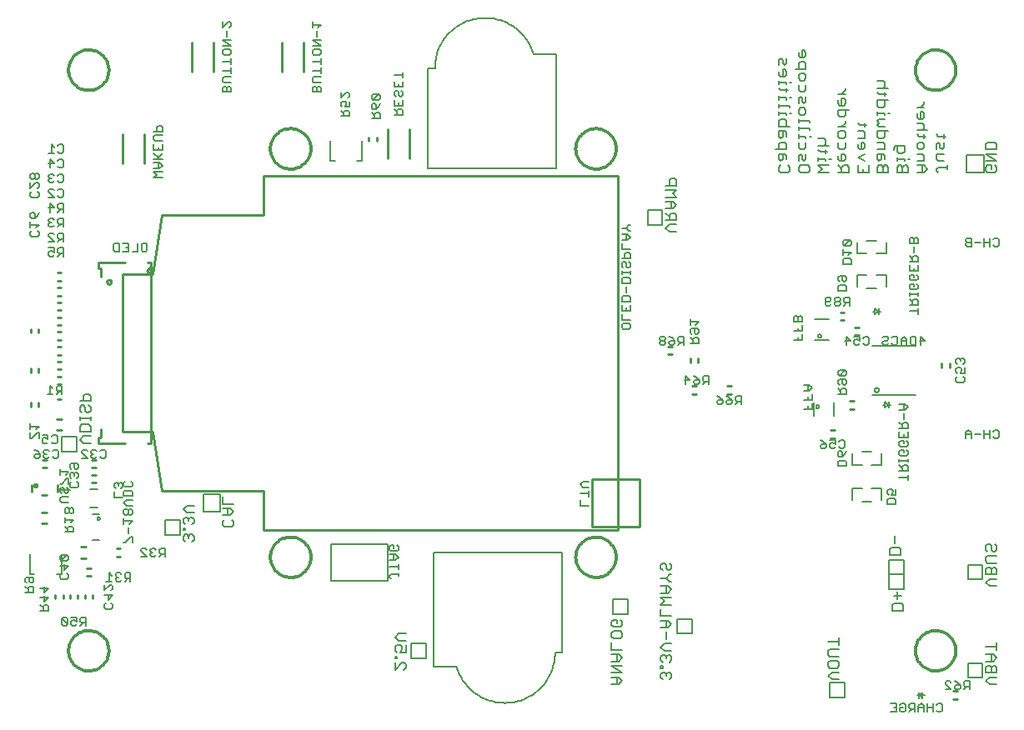
<source format=gbo>
G75*
G70*
%OFA0B0*%
%FSLAX24Y24*%
%IPPOS*%
%LPD*%
%AMOC8*
5,1,8,0,0,1.08239X$1,22.5*
%
%ADD10C,0.0070*%
%ADD11C,0.0050*%
%ADD12C,0.0060*%
%ADD13C,0.0080*%
%ADD14C,0.0100*%
%ADD15C,0.0148*%
D10*
X007398Y009330D02*
X007470Y009258D01*
X007398Y009330D02*
X007398Y009473D01*
X007470Y009545D01*
X007541Y009545D01*
X007613Y009473D01*
X007613Y009402D01*
X007613Y009473D02*
X007685Y009545D01*
X007756Y009545D01*
X007828Y009473D01*
X007828Y009330D01*
X007756Y009258D01*
X007470Y009719D02*
X007470Y009790D01*
X007398Y009790D01*
X007398Y009719D01*
X007470Y009719D01*
X007470Y009949D02*
X007398Y010021D01*
X007398Y010164D01*
X007470Y010236D01*
X007541Y010236D01*
X007613Y010164D01*
X007613Y010092D01*
X007613Y010164D02*
X007685Y010236D01*
X007756Y010236D01*
X007828Y010164D01*
X007828Y010021D01*
X007756Y009949D01*
X007828Y010409D02*
X007541Y010409D01*
X007398Y010553D01*
X007541Y010696D01*
X007828Y010696D01*
X008973Y010770D02*
X008973Y011056D01*
X008973Y010770D02*
X009403Y010770D01*
X009260Y010596D02*
X009403Y010453D01*
X009260Y010309D01*
X008973Y010309D01*
X009044Y010136D02*
X008973Y010064D01*
X008973Y009921D01*
X009044Y009849D01*
X009331Y009849D01*
X009403Y009921D01*
X009403Y010064D01*
X009331Y010136D01*
X009188Y010309D02*
X009188Y010596D01*
X009260Y010596D02*
X008973Y010596D01*
X003694Y013195D02*
X003407Y013195D01*
X003264Y013339D01*
X003407Y013482D01*
X003694Y013482D01*
X003694Y013656D02*
X003264Y013656D01*
X003264Y013871D01*
X003336Y013943D01*
X003623Y013943D01*
X003694Y013871D01*
X003694Y013656D01*
X003694Y014116D02*
X003694Y014259D01*
X003694Y014188D02*
X003264Y014188D01*
X003264Y014259D02*
X003264Y014116D01*
X003336Y014423D02*
X003264Y014495D01*
X003264Y014638D01*
X003336Y014710D01*
X003407Y014710D01*
X003479Y014638D01*
X003479Y014495D01*
X003551Y014423D01*
X003623Y014423D01*
X003694Y014495D01*
X003694Y014638D01*
X003623Y014710D01*
X003694Y014883D02*
X003264Y014883D01*
X003407Y014883D02*
X003407Y015098D01*
X003479Y015170D01*
X003623Y015170D01*
X003694Y015098D01*
X003694Y014883D01*
X015862Y005434D02*
X016006Y005578D01*
X016293Y005578D01*
X016293Y005291D02*
X016006Y005291D01*
X015862Y005434D01*
X015934Y005118D02*
X015862Y005046D01*
X015862Y004902D01*
X015934Y004831D01*
X016078Y004831D02*
X016149Y004974D01*
X016149Y005046D01*
X016078Y005118D01*
X015934Y005118D01*
X016078Y004831D02*
X016293Y004831D01*
X016293Y005118D01*
X015934Y004672D02*
X015862Y004672D01*
X015862Y004601D01*
X015934Y004601D01*
X015934Y004672D01*
X015862Y004427D02*
X015862Y004140D01*
X016149Y004427D01*
X016221Y004427D01*
X016293Y004355D01*
X016293Y004212D01*
X016221Y004140D01*
X024524Y004010D02*
X024954Y004010D01*
X024524Y004297D01*
X024954Y004297D01*
X024811Y004470D02*
X024954Y004614D01*
X024811Y004757D01*
X024524Y004757D01*
X024524Y004931D02*
X024524Y005218D01*
X024596Y005391D02*
X024524Y005463D01*
X024524Y005606D01*
X024596Y005678D01*
X024882Y005678D01*
X024954Y005606D01*
X024954Y005463D01*
X024882Y005391D01*
X024596Y005391D01*
X024596Y005851D02*
X024524Y005923D01*
X024524Y006067D01*
X024596Y006138D01*
X024739Y006138D01*
X024739Y005995D01*
X024882Y006138D02*
X024954Y006067D01*
X024954Y005923D01*
X024882Y005851D01*
X024596Y005851D01*
X024524Y004931D02*
X024954Y004931D01*
X024739Y004757D02*
X024739Y004470D01*
X024811Y004470D02*
X024524Y004470D01*
X024524Y003837D02*
X024811Y003837D01*
X024954Y003693D01*
X024811Y003550D01*
X024524Y003550D01*
X024739Y003550D02*
X024739Y003837D01*
X026492Y003818D02*
X026564Y003746D01*
X026492Y003818D02*
X026492Y003962D01*
X026564Y004033D01*
X026636Y004033D01*
X026707Y003962D01*
X026779Y004033D01*
X026851Y004033D01*
X026923Y003962D01*
X026923Y003818D01*
X026851Y003746D01*
X026707Y003890D02*
X026707Y003962D01*
X026564Y004207D02*
X026564Y004279D01*
X026492Y004279D01*
X026492Y004207D01*
X026564Y004207D01*
X026564Y004437D02*
X026492Y004509D01*
X026492Y004652D01*
X026564Y004724D01*
X026636Y004724D01*
X026707Y004652D01*
X026707Y004580D01*
X026707Y004652D02*
X026779Y004724D01*
X026851Y004724D01*
X026923Y004652D01*
X026923Y004509D01*
X026851Y004437D01*
X026923Y004897D02*
X026636Y004897D01*
X026492Y005041D01*
X026636Y005184D01*
X026923Y005184D01*
X026707Y005358D02*
X026707Y005645D01*
X026707Y005818D02*
X026707Y006105D01*
X026779Y006105D02*
X026492Y006105D01*
X026492Y006278D02*
X026492Y006565D01*
X026492Y006739D02*
X026636Y006882D01*
X026492Y007026D01*
X026923Y007026D01*
X026779Y007199D02*
X026923Y007343D01*
X026779Y007486D01*
X026492Y007486D01*
X026707Y007486D02*
X026707Y007199D01*
X026779Y007199D02*
X026492Y007199D01*
X026492Y006739D02*
X026923Y006739D01*
X026923Y006278D02*
X026492Y006278D01*
X026779Y006105D02*
X026923Y005961D01*
X026779Y005818D01*
X026492Y005818D01*
X026851Y007659D02*
X026707Y007803D01*
X026492Y007803D01*
X026707Y007803D02*
X026851Y007946D01*
X026923Y007946D01*
X026851Y008120D02*
X026923Y008192D01*
X026923Y008335D01*
X026851Y008407D01*
X026707Y008335D02*
X026636Y008407D01*
X026564Y008407D01*
X026492Y008335D01*
X026492Y008192D01*
X026564Y008120D01*
X026707Y008192D02*
X026707Y008335D01*
X026707Y008192D02*
X026779Y008120D01*
X026851Y008120D01*
X026851Y007659D02*
X026923Y007659D01*
X033185Y005271D02*
X033616Y005271D01*
X033616Y005128D02*
X033616Y005414D01*
X033616Y004954D02*
X033257Y004954D01*
X033185Y004882D01*
X033185Y004739D01*
X033257Y004667D01*
X033616Y004667D01*
X033544Y004494D02*
X033257Y004494D01*
X033185Y004422D01*
X033185Y004279D01*
X033257Y004207D01*
X033544Y004207D01*
X033616Y004279D01*
X033616Y004422D01*
X033544Y004494D01*
X033616Y004033D02*
X033329Y004033D01*
X033185Y003890D01*
X033329Y003746D01*
X033616Y003746D01*
X035744Y006502D02*
X035744Y006718D01*
X035816Y006789D01*
X036103Y006789D01*
X036175Y006718D01*
X036175Y006502D01*
X035744Y006502D01*
X035959Y006963D02*
X035959Y007250D01*
X035816Y007106D02*
X036103Y007106D01*
X036068Y008731D02*
X035638Y008731D01*
X035638Y008946D01*
X035710Y009018D01*
X035997Y009018D01*
X036068Y008946D01*
X036068Y008731D01*
X035853Y009192D02*
X035853Y009479D01*
X039484Y009083D02*
X039484Y008939D01*
X039556Y008868D01*
X039700Y008939D02*
X039700Y009083D01*
X039628Y009155D01*
X039556Y009155D01*
X039484Y009083D01*
X039700Y008939D02*
X039771Y008868D01*
X039843Y008868D01*
X039915Y008939D01*
X039915Y009083D01*
X039843Y009155D01*
X039915Y008694D02*
X039556Y008694D01*
X039484Y008623D01*
X039484Y008479D01*
X039556Y008407D01*
X039915Y008407D01*
X039843Y008234D02*
X039771Y008234D01*
X039700Y008162D01*
X039700Y007947D01*
X039628Y007774D02*
X039915Y007774D01*
X039915Y007947D02*
X039484Y007947D01*
X039484Y008162D01*
X039556Y008234D01*
X039628Y008234D01*
X039700Y008162D01*
X039843Y008234D02*
X039915Y008162D01*
X039915Y007947D01*
X039628Y007774D02*
X039484Y007630D01*
X039628Y007487D01*
X039915Y007487D01*
X039915Y005218D02*
X039915Y004931D01*
X039915Y005074D02*
X039484Y005074D01*
X039484Y004757D02*
X039771Y004757D01*
X039915Y004614D01*
X039771Y004470D01*
X039484Y004470D01*
X039556Y004297D02*
X039484Y004225D01*
X039484Y004010D01*
X039915Y004010D01*
X039915Y004225D01*
X039843Y004297D01*
X039771Y004297D01*
X039700Y004225D01*
X039700Y004010D01*
X039628Y003837D02*
X039915Y003837D01*
X039628Y003837D02*
X039484Y003693D01*
X039628Y003550D01*
X039915Y003550D01*
X039700Y004225D02*
X039628Y004297D01*
X039556Y004297D01*
X039700Y004470D02*
X039700Y004757D01*
X027120Y021660D02*
X026833Y021660D01*
X026689Y021803D01*
X026833Y021947D01*
X027120Y021947D01*
X027120Y022120D02*
X027120Y022335D01*
X027048Y022407D01*
X026904Y022407D01*
X026833Y022335D01*
X026833Y022120D01*
X026833Y022264D02*
X026689Y022407D01*
X026689Y022581D02*
X026976Y022581D01*
X027120Y022724D01*
X026976Y022867D01*
X026689Y022867D01*
X026689Y023041D02*
X027120Y023041D01*
X026976Y023184D01*
X027120Y023328D01*
X026689Y023328D01*
X026689Y023501D02*
X027120Y023501D01*
X027120Y023716D01*
X027048Y023788D01*
X026904Y023788D01*
X026833Y023716D01*
X026833Y023501D01*
X026904Y022867D02*
X026904Y022581D01*
X026689Y022120D02*
X027120Y022120D01*
X031217Y024094D02*
X031217Y024237D01*
X031288Y024309D01*
X031288Y024482D02*
X031360Y024554D01*
X031360Y024769D01*
X031432Y024769D02*
X031217Y024769D01*
X031217Y024554D01*
X031288Y024482D01*
X031504Y024554D02*
X031504Y024698D01*
X031432Y024769D01*
X031504Y024943D02*
X031504Y025158D01*
X031432Y025230D01*
X031288Y025230D01*
X031217Y025158D01*
X031217Y024943D01*
X031073Y024943D02*
X031504Y024943D01*
X032004Y025014D02*
X032004Y025230D01*
X032004Y025403D02*
X032004Y025547D01*
X032004Y025475D02*
X032291Y025475D01*
X032291Y025403D01*
X032434Y025475D02*
X032506Y025475D01*
X032434Y025710D02*
X032434Y025782D01*
X032004Y025782D01*
X032004Y025853D02*
X032004Y025710D01*
X032004Y026017D02*
X032004Y026160D01*
X032004Y026089D02*
X032434Y026089D01*
X032434Y026017D01*
X032219Y026324D02*
X032076Y026324D01*
X032004Y026396D01*
X032004Y026539D01*
X032076Y026611D01*
X032219Y026611D01*
X032291Y026539D01*
X032291Y026396D01*
X032219Y026324D01*
X032219Y026784D02*
X032148Y026856D01*
X032148Y026999D01*
X032076Y027071D01*
X032004Y026999D01*
X032004Y026784D01*
X032219Y026784D02*
X032291Y026856D01*
X032291Y027071D01*
X032219Y027245D02*
X032076Y027245D01*
X032004Y027316D01*
X032004Y027531D01*
X032076Y027705D02*
X032004Y027777D01*
X032004Y027920D01*
X032076Y027992D01*
X032219Y027992D01*
X032291Y027920D01*
X032291Y027777D01*
X032219Y027705D01*
X032076Y027705D01*
X032291Y027531D02*
X032291Y027316D01*
X032219Y027245D01*
X031719Y027009D02*
X031647Y027009D01*
X031504Y027009D02*
X031217Y027009D01*
X031217Y026938D02*
X031217Y027081D01*
X031288Y027316D02*
X031217Y027388D01*
X031288Y027316D02*
X031575Y027316D01*
X031504Y027245D02*
X031504Y027388D01*
X031504Y027551D02*
X031504Y027623D01*
X031217Y027623D01*
X031217Y027551D02*
X031217Y027695D01*
X031288Y027858D02*
X031432Y027858D01*
X031504Y027930D01*
X031504Y028073D01*
X031432Y028145D01*
X031360Y028145D01*
X031360Y027858D01*
X031288Y027858D02*
X031217Y027930D01*
X031217Y028073D01*
X031217Y028319D02*
X031217Y028534D01*
X031288Y028606D01*
X031360Y028534D01*
X031360Y028390D01*
X031432Y028319D01*
X031504Y028390D01*
X031504Y028606D01*
X032004Y028697D02*
X032004Y028841D01*
X032004Y028697D02*
X032076Y028626D01*
X032219Y028626D01*
X032291Y028697D01*
X032291Y028841D01*
X032219Y028912D01*
X032148Y028912D01*
X032148Y028626D01*
X032219Y028452D02*
X032076Y028452D01*
X032004Y028380D01*
X032004Y028165D01*
X031861Y028165D02*
X032291Y028165D01*
X032291Y028380D01*
X032219Y028452D01*
X031719Y027623D02*
X031647Y027623D01*
X031504Y027009D02*
X031504Y026938D01*
X031647Y026702D02*
X031217Y026702D01*
X031217Y026631D02*
X031217Y026774D01*
X031217Y026467D02*
X031217Y026324D01*
X031217Y026396D02*
X031504Y026396D01*
X031504Y026324D01*
X031647Y026396D02*
X031719Y026396D01*
X031647Y026631D02*
X031647Y026702D01*
X031432Y026150D02*
X031288Y026150D01*
X031217Y026079D01*
X031217Y025864D01*
X031647Y025864D01*
X031504Y025864D02*
X031504Y026079D01*
X031432Y026150D01*
X031432Y025690D02*
X031217Y025690D01*
X031217Y025475D01*
X031288Y025403D01*
X031360Y025475D01*
X031360Y025690D01*
X031432Y025690D02*
X031504Y025618D01*
X031504Y025475D01*
X032004Y025014D02*
X032076Y024943D01*
X032219Y024943D01*
X032291Y025014D01*
X032291Y025230D01*
X032291Y024769D02*
X032291Y024554D01*
X032219Y024482D01*
X032148Y024554D01*
X032148Y024698D01*
X032076Y024769D01*
X032004Y024698D01*
X032004Y024482D01*
X032076Y024309D02*
X032363Y024309D01*
X032434Y024237D01*
X032434Y024094D01*
X032363Y024022D01*
X032076Y024022D01*
X032004Y024094D01*
X032004Y024237D01*
X032076Y024309D01*
X031647Y024237D02*
X031647Y024094D01*
X031575Y024022D01*
X031288Y024022D01*
X031217Y024094D01*
X031575Y024309D02*
X031647Y024237D01*
X032792Y024309D02*
X033222Y024309D01*
X033078Y024482D02*
X033078Y024554D01*
X032792Y024554D01*
X032792Y024482D02*
X032792Y024626D01*
X032863Y024861D02*
X032792Y024933D01*
X032863Y024861D02*
X033150Y024861D01*
X033078Y024789D02*
X033078Y024933D01*
X033007Y025096D02*
X033078Y025168D01*
X033078Y025311D01*
X033007Y025383D01*
X032792Y025383D01*
X032792Y025096D02*
X033222Y025096D01*
X033579Y025014D02*
X033579Y025230D01*
X033651Y025403D02*
X033579Y025475D01*
X033579Y025618D01*
X033651Y025690D01*
X033794Y025690D01*
X033866Y025618D01*
X033866Y025475D01*
X033794Y025403D01*
X033651Y025403D01*
X033866Y025230D02*
X033866Y025014D01*
X033794Y024943D01*
X033651Y024943D01*
X033579Y025014D01*
X033722Y024769D02*
X033722Y024482D01*
X033651Y024482D02*
X033794Y024482D01*
X033866Y024554D01*
X033866Y024698D01*
X033794Y024769D01*
X033722Y024769D01*
X033579Y024698D02*
X033579Y024554D01*
X033651Y024482D01*
X033579Y024309D02*
X033722Y024166D01*
X033722Y024237D02*
X033722Y024022D01*
X033579Y024022D02*
X034009Y024022D01*
X034009Y024237D01*
X033938Y024309D01*
X033794Y024309D01*
X033722Y024237D01*
X033294Y024554D02*
X033222Y024554D01*
X032935Y024166D02*
X032792Y024309D01*
X032935Y024166D02*
X032792Y024022D01*
X033222Y024022D01*
X034366Y024022D02*
X034366Y024309D01*
X034581Y024166D02*
X034581Y024022D01*
X034366Y024022D02*
X034797Y024022D01*
X034797Y024309D01*
X034653Y024482D02*
X034366Y024626D01*
X034653Y024769D01*
X034581Y024943D02*
X034653Y025014D01*
X034653Y025158D01*
X034581Y025230D01*
X034510Y025230D01*
X034510Y024943D01*
X034581Y024943D02*
X034438Y024943D01*
X034366Y025014D01*
X034366Y025158D01*
X034366Y025403D02*
X034653Y025403D01*
X034653Y025618D01*
X034581Y025690D01*
X034366Y025690D01*
X034438Y025935D02*
X034366Y026007D01*
X034438Y025935D02*
X034725Y025935D01*
X034653Y025864D02*
X034653Y026007D01*
X035154Y026079D02*
X035225Y026150D01*
X035441Y026150D01*
X035441Y026324D02*
X035441Y026396D01*
X035154Y026396D01*
X035154Y026467D02*
X035154Y026324D01*
X035154Y026079D02*
X035225Y026007D01*
X035154Y025935D01*
X035225Y025864D01*
X035441Y025864D01*
X035441Y025690D02*
X035441Y025475D01*
X035369Y025403D01*
X035225Y025403D01*
X035154Y025475D01*
X035154Y025690D01*
X035584Y025690D01*
X035369Y025230D02*
X035154Y025230D01*
X035369Y025230D02*
X035441Y025158D01*
X035441Y024943D01*
X035154Y024943D01*
X035154Y024769D02*
X035154Y024554D01*
X035225Y024482D01*
X035297Y024554D01*
X035297Y024769D01*
X035369Y024769D02*
X035154Y024769D01*
X035369Y024769D02*
X035441Y024698D01*
X035441Y024554D01*
X035441Y024309D02*
X035369Y024237D01*
X035369Y024022D01*
X035584Y024022D02*
X035584Y024237D01*
X035512Y024309D01*
X035441Y024309D01*
X035369Y024237D02*
X035297Y024309D01*
X035225Y024309D01*
X035154Y024237D01*
X035154Y024022D01*
X035584Y024022D01*
X035941Y024022D02*
X035941Y024237D01*
X036013Y024309D01*
X036085Y024309D01*
X036156Y024237D01*
X036156Y024022D01*
X035941Y024022D02*
X036371Y024022D01*
X036371Y024237D01*
X036300Y024309D01*
X036228Y024309D01*
X036156Y024237D01*
X036228Y024482D02*
X036228Y024554D01*
X035941Y024554D01*
X035941Y024482D02*
X035941Y024626D01*
X036013Y024789D02*
X035941Y024861D01*
X035941Y025076D01*
X035869Y025076D02*
X036228Y025076D01*
X036228Y024861D01*
X036156Y024789D01*
X036013Y024789D01*
X035798Y024933D02*
X035798Y025004D01*
X035869Y025076D01*
X036371Y024554D02*
X036443Y024554D01*
X036729Y024482D02*
X037015Y024482D01*
X037015Y024698D01*
X036944Y024769D01*
X036729Y024769D01*
X036800Y024943D02*
X036729Y025014D01*
X036729Y025158D01*
X036800Y025230D01*
X036944Y025230D01*
X037015Y025158D01*
X037015Y025014D01*
X036944Y024943D01*
X036800Y024943D01*
X037015Y025403D02*
X037015Y025547D01*
X037087Y025475D02*
X036800Y025475D01*
X036729Y025547D01*
X036729Y025710D02*
X037159Y025710D01*
X037015Y025782D02*
X037015Y025925D01*
X036944Y025997D01*
X036729Y025997D01*
X036800Y026170D02*
X036944Y026170D01*
X037015Y026242D01*
X037015Y026386D01*
X036944Y026457D01*
X036872Y026457D01*
X036872Y026170D01*
X036800Y026170D02*
X036729Y026242D01*
X036729Y026386D01*
X036729Y026631D02*
X037015Y026631D01*
X036872Y026631D02*
X037015Y026774D01*
X037015Y026846D01*
X037015Y025782D02*
X036944Y025710D01*
X037516Y025547D02*
X037588Y025475D01*
X037875Y025475D01*
X037803Y025403D02*
X037803Y025547D01*
X037803Y025230D02*
X037803Y025014D01*
X037731Y024943D01*
X037659Y025014D01*
X037659Y025158D01*
X037588Y025230D01*
X037516Y025158D01*
X037516Y024943D01*
X037516Y024769D02*
X037803Y024769D01*
X037803Y024482D02*
X037588Y024482D01*
X037516Y024554D01*
X037516Y024769D01*
X037588Y024237D02*
X037946Y024237D01*
X037946Y024166D02*
X037946Y024309D01*
X037588Y024237D02*
X037516Y024166D01*
X037516Y024094D01*
X037588Y024022D01*
X037159Y024166D02*
X037015Y024309D01*
X036729Y024309D01*
X036944Y024309D02*
X036944Y024022D01*
X037015Y024022D02*
X037159Y024166D01*
X037015Y024022D02*
X036729Y024022D01*
X039484Y024094D02*
X039484Y024237D01*
X039556Y024309D01*
X039700Y024309D01*
X039700Y024166D01*
X039843Y024309D02*
X039915Y024237D01*
X039915Y024094D01*
X039843Y024022D01*
X039556Y024022D01*
X039484Y024094D01*
X039484Y024482D02*
X039915Y024482D01*
X039484Y024769D01*
X039915Y024769D01*
X039915Y024943D02*
X039915Y025158D01*
X039843Y025230D01*
X039556Y025230D01*
X039484Y025158D01*
X039484Y024943D01*
X039915Y024943D01*
X035656Y026396D02*
X035584Y026396D01*
X035369Y026631D02*
X035225Y026631D01*
X035154Y026702D01*
X035154Y026918D01*
X035584Y026918D01*
X035441Y026918D02*
X035441Y026702D01*
X035369Y026631D01*
X035441Y027091D02*
X035441Y027235D01*
X035512Y027163D02*
X035225Y027163D01*
X035154Y027235D01*
X035154Y027398D02*
X035584Y027398D01*
X035441Y027470D02*
X035369Y027398D01*
X035441Y027470D02*
X035441Y027613D01*
X035369Y027685D01*
X035154Y027685D01*
X033866Y027383D02*
X033866Y027311D01*
X033722Y027168D01*
X033579Y027168D02*
X033866Y027168D01*
X033794Y026994D02*
X033722Y026994D01*
X033722Y026707D01*
X033651Y026707D02*
X033794Y026707D01*
X033866Y026779D01*
X033866Y026923D01*
X033794Y026994D01*
X033579Y026923D02*
X033579Y026779D01*
X033651Y026707D01*
X033579Y026534D02*
X033579Y026319D01*
X033651Y026247D01*
X033794Y026247D01*
X033866Y026319D01*
X033866Y026534D01*
X034009Y026534D02*
X033579Y026534D01*
X033866Y026079D02*
X033866Y026007D01*
X033722Y025864D01*
X033579Y025864D02*
X033866Y025864D01*
D11*
X038711Y024725D02*
X038711Y024036D01*
X039400Y024036D01*
X039400Y024725D01*
X038711Y024725D01*
X035493Y021231D02*
X035493Y020778D01*
X035119Y020778D01*
X034725Y020778D02*
X034351Y020778D01*
X034351Y021231D01*
X034725Y021290D02*
X035119Y021290D01*
X035119Y019912D02*
X035493Y019912D01*
X035493Y019460D01*
X035119Y019400D02*
X034725Y019400D01*
X034351Y019460D02*
X034351Y019912D01*
X034725Y019912D01*
X035050Y018593D02*
X035050Y018475D01*
X034971Y018475D01*
X035050Y018475D02*
X035050Y018357D01*
X035168Y018475D01*
X035266Y018475D01*
X035168Y018475D02*
X035050Y018593D01*
X035207Y018593D02*
X035207Y018357D01*
X034942Y017078D02*
X036674Y017078D01*
X035031Y015326D02*
X035033Y015345D01*
X035039Y015363D01*
X035049Y015379D01*
X035062Y015393D01*
X035078Y015404D01*
X035095Y015411D01*
X035114Y015414D01*
X035133Y015413D01*
X035152Y015408D01*
X035168Y015399D01*
X035183Y015387D01*
X035194Y015371D01*
X035202Y015354D01*
X035206Y015336D01*
X035206Y015316D01*
X035202Y015298D01*
X035194Y015281D01*
X035183Y015265D01*
X035168Y015253D01*
X035152Y015244D01*
X035133Y015239D01*
X035114Y015238D01*
X035095Y015241D01*
X035078Y015248D01*
X035062Y015259D01*
X035049Y015273D01*
X035039Y015289D01*
X035033Y015307D01*
X035031Y015326D01*
X034942Y015109D02*
X036674Y015109D01*
X035660Y014735D02*
X035562Y014735D01*
X035444Y014617D01*
X035444Y014735D01*
X035365Y014735D01*
X035444Y014735D02*
X035444Y014853D01*
X035562Y014735D01*
X035601Y014853D02*
X035601Y014617D01*
X033426Y014834D02*
X033426Y014282D01*
X032695Y014656D02*
X032697Y014672D01*
X032703Y014687D01*
X032713Y014700D01*
X032726Y014710D01*
X032741Y014716D01*
X032757Y014718D01*
X032773Y014716D01*
X032788Y014710D01*
X032801Y014700D01*
X032811Y014687D01*
X032817Y014672D01*
X032819Y014656D01*
X032817Y014640D01*
X032811Y014625D01*
X032801Y014612D01*
X032788Y014602D01*
X032773Y014596D01*
X032757Y014594D01*
X032741Y014596D01*
X032726Y014602D01*
X032713Y014612D01*
X032703Y014625D01*
X032697Y014640D01*
X032695Y014656D01*
X032599Y014834D02*
X032599Y014282D01*
X034154Y012790D02*
X034154Y012337D01*
X034528Y012337D01*
X034922Y012337D02*
X035296Y012337D01*
X035296Y012790D01*
X034922Y012849D02*
X034528Y012849D01*
X034528Y011381D02*
X034154Y011381D01*
X034154Y010928D01*
X034528Y010869D02*
X034922Y010869D01*
X035296Y010928D02*
X035296Y011381D01*
X034922Y011381D01*
X035611Y008534D02*
X036201Y008534D01*
X036201Y007944D01*
X035611Y007944D01*
X035611Y008534D01*
X035611Y007944D02*
X036201Y007944D01*
X036201Y007353D01*
X035611Y007353D01*
X035611Y007944D01*
X038760Y007747D02*
X039351Y007747D01*
X039351Y008337D01*
X038760Y008337D01*
X038760Y007747D01*
X038760Y004400D02*
X038760Y003810D01*
X039351Y003810D01*
X039351Y004400D01*
X038760Y004400D01*
X036959Y003239D02*
X036959Y003121D01*
X037038Y003121D01*
X036959Y003121D02*
X036959Y003003D01*
X036841Y003121D01*
X036743Y003121D01*
X036841Y003121D02*
X036959Y003239D01*
X036802Y003239D02*
X036802Y003003D01*
X033839Y003023D02*
X033249Y003023D01*
X033249Y003613D01*
X033839Y003613D01*
X033839Y003023D01*
X027737Y005582D02*
X027146Y005582D01*
X027146Y006172D01*
X027737Y006172D01*
X027737Y005582D01*
X025178Y006369D02*
X025178Y006960D01*
X024587Y006960D01*
X024587Y006369D01*
X025178Y006369D01*
X022540Y004814D02*
X022540Y008830D01*
X017422Y008830D01*
X017422Y004263D01*
X018327Y004263D01*
X017107Y004597D02*
X017107Y005188D01*
X016516Y005188D01*
X016516Y004597D01*
X017107Y004597D01*
X018327Y004263D02*
X018354Y004177D01*
X018384Y004093D01*
X018418Y004010D01*
X018456Y003928D01*
X018498Y003848D01*
X018542Y003771D01*
X018591Y003695D01*
X018643Y003622D01*
X018697Y003551D01*
X018756Y003482D01*
X018817Y003416D01*
X018881Y003353D01*
X018947Y003293D01*
X019017Y003236D01*
X019088Y003182D01*
X019163Y003132D01*
X019239Y003084D01*
X019317Y003041D01*
X019398Y003000D01*
X019480Y002964D01*
X019563Y002931D01*
X019648Y002902D01*
X019734Y002876D01*
X019821Y002855D01*
X019909Y002837D01*
X019998Y002824D01*
X020087Y002814D01*
X020177Y002809D01*
X020267Y002807D01*
X020357Y002809D01*
X020446Y002816D01*
X020535Y002826D01*
X020624Y002841D01*
X020712Y002859D01*
X020799Y002881D01*
X020885Y002908D01*
X020969Y002938D01*
X021052Y002971D01*
X021134Y003009D01*
X021214Y003050D01*
X021292Y003094D01*
X021368Y003142D01*
X021441Y003194D01*
X021513Y003248D01*
X021581Y003306D01*
X021648Y003367D01*
X021711Y003430D01*
X021771Y003497D01*
X021829Y003566D01*
X021883Y003637D01*
X021934Y003711D01*
X021982Y003787D01*
X022026Y003866D01*
X022066Y003946D01*
X022103Y004028D01*
X022137Y004111D01*
X022166Y004196D01*
X022192Y004282D01*
X022214Y004369D01*
X022232Y004457D01*
X022246Y004545D01*
X022256Y004635D01*
X022262Y004724D01*
X022264Y004814D01*
X022540Y004814D01*
X015581Y007698D02*
X015581Y009174D01*
X013318Y009174D01*
X013318Y007698D01*
X015581Y007698D01*
X008888Y010454D02*
X008199Y010454D01*
X008199Y011143D01*
X008888Y011143D01*
X008888Y010454D01*
X007264Y010109D02*
X007264Y009519D01*
X006674Y009519D01*
X006674Y010109D01*
X007264Y010109D01*
X003977Y010641D02*
X003662Y010641D01*
X003662Y011349D02*
X003977Y011349D01*
X003131Y012865D02*
X002540Y012865D01*
X002540Y013456D01*
X003131Y013456D01*
X003131Y012865D01*
X002540Y008751D02*
X002540Y007963D01*
X002343Y007963D01*
X001457Y007963D02*
X001280Y007963D01*
X001280Y008771D01*
X017186Y024184D02*
X022304Y024184D01*
X022304Y028751D01*
X021398Y028751D01*
X021371Y028837D01*
X021341Y028921D01*
X021307Y029004D01*
X021269Y029086D01*
X021227Y029166D01*
X021183Y029243D01*
X021134Y029319D01*
X021082Y029392D01*
X021028Y029463D01*
X020969Y029532D01*
X020908Y029598D01*
X020844Y029661D01*
X020778Y029721D01*
X020708Y029778D01*
X020637Y029832D01*
X020562Y029882D01*
X020486Y029930D01*
X020408Y029973D01*
X020327Y030014D01*
X020245Y030050D01*
X020162Y030083D01*
X020077Y030112D01*
X019991Y030138D01*
X019904Y030159D01*
X019816Y030177D01*
X019727Y030190D01*
X019638Y030200D01*
X019548Y030205D01*
X019458Y030207D01*
X019368Y030205D01*
X019279Y030198D01*
X019190Y030188D01*
X019101Y030173D01*
X019013Y030155D01*
X018926Y030133D01*
X018840Y030106D01*
X018756Y030076D01*
X018673Y030043D01*
X018591Y030005D01*
X018511Y029964D01*
X018433Y029920D01*
X018357Y029872D01*
X018284Y029820D01*
X018212Y029766D01*
X018144Y029708D01*
X018077Y029647D01*
X018014Y029584D01*
X017954Y029517D01*
X017896Y029448D01*
X017842Y029377D01*
X017791Y029303D01*
X017743Y029227D01*
X017699Y029148D01*
X017659Y029068D01*
X017622Y028986D01*
X017588Y028903D01*
X017559Y028818D01*
X017533Y028732D01*
X017511Y028645D01*
X017493Y028557D01*
X017479Y028469D01*
X017469Y028379D01*
X017463Y028290D01*
X017461Y028200D01*
X017186Y028200D01*
X017186Y024184D01*
X014548Y024499D02*
X014351Y024499D01*
X014548Y024499D02*
X014548Y025286D01*
X013288Y025306D02*
X013288Y024499D01*
X013465Y024499D01*
X025965Y022511D02*
X025965Y021920D01*
X026556Y021920D01*
X026556Y022511D01*
X025965Y022511D01*
X032658Y018160D02*
X033209Y018160D01*
X032773Y017491D02*
X032775Y017507D01*
X032781Y017522D01*
X032791Y017535D01*
X032804Y017545D01*
X032819Y017551D01*
X032835Y017553D01*
X032851Y017551D01*
X032866Y017545D01*
X032879Y017535D01*
X032889Y017522D01*
X032895Y017507D01*
X032897Y017491D01*
X032895Y017475D01*
X032889Y017460D01*
X032879Y017447D01*
X032866Y017437D01*
X032851Y017431D01*
X032835Y017429D01*
X032819Y017431D01*
X032804Y017437D01*
X032791Y017447D01*
X032781Y017460D01*
X032775Y017475D01*
X032773Y017491D01*
X032658Y017334D02*
X033209Y017334D01*
D12*
X033852Y017291D02*
X034079Y017291D01*
X033909Y017461D01*
X033909Y017121D01*
X034221Y017178D02*
X034277Y017121D01*
X034391Y017121D01*
X034447Y017178D01*
X034447Y017291D02*
X034334Y017348D01*
X034277Y017348D01*
X034221Y017291D01*
X034221Y017178D01*
X034447Y017291D02*
X034447Y017461D01*
X034221Y017461D01*
X034589Y017405D02*
X034646Y017461D01*
X034759Y017461D01*
X034816Y017405D01*
X034816Y017178D01*
X034759Y017121D01*
X034646Y017121D01*
X034589Y017178D01*
X035357Y017184D02*
X035414Y017127D01*
X035527Y017127D01*
X035584Y017184D01*
X035527Y017297D02*
X035414Y017297D01*
X035357Y017241D01*
X035357Y017184D01*
X035527Y017297D02*
X035584Y017354D01*
X035584Y017411D01*
X035527Y017468D01*
X035414Y017468D01*
X035357Y017411D01*
X035725Y017411D02*
X035782Y017468D01*
X035896Y017468D01*
X035952Y017411D01*
X035952Y017184D01*
X035896Y017127D01*
X035782Y017127D01*
X035725Y017184D01*
X036094Y017127D02*
X036094Y017354D01*
X036207Y017468D01*
X036321Y017354D01*
X036321Y017127D01*
X036462Y017184D02*
X036519Y017127D01*
X036689Y017127D01*
X036689Y017468D01*
X036519Y017468D01*
X036462Y017411D01*
X036462Y017184D01*
X036321Y017297D02*
X036094Y017297D01*
X036830Y017297D02*
X037057Y017297D01*
X036887Y017468D01*
X036887Y017127D01*
X038292Y016535D02*
X038292Y016422D01*
X038349Y016365D01*
X038349Y016224D02*
X038292Y016167D01*
X038292Y016054D01*
X038349Y015997D01*
X038462Y015997D02*
X038519Y016110D01*
X038519Y016167D01*
X038462Y016224D01*
X038349Y016224D01*
X038462Y015997D02*
X038632Y015997D01*
X038632Y016224D01*
X038576Y016365D02*
X038632Y016422D01*
X038632Y016535D01*
X038576Y016592D01*
X038519Y016592D01*
X038462Y016535D01*
X038405Y016592D01*
X038349Y016592D01*
X038292Y016535D01*
X038462Y016535D02*
X038462Y016479D01*
X038349Y015856D02*
X038292Y015799D01*
X038292Y015685D01*
X038349Y015629D01*
X038576Y015629D01*
X038632Y015685D01*
X038632Y015799D01*
X038576Y015856D01*
X036363Y014652D02*
X036250Y014765D01*
X036023Y014765D01*
X036193Y014765D02*
X036193Y014538D01*
X036250Y014538D02*
X036363Y014652D01*
X036250Y014538D02*
X036023Y014538D01*
X036193Y014397D02*
X036193Y014170D01*
X036193Y014029D02*
X036137Y013972D01*
X036137Y013802D01*
X036137Y013915D02*
X036023Y014029D01*
X036193Y014029D02*
X036307Y014029D01*
X036363Y013972D01*
X036363Y013802D01*
X036023Y013802D01*
X036023Y013660D02*
X036023Y013433D01*
X036363Y013433D01*
X036363Y013660D01*
X036193Y013547D02*
X036193Y013433D01*
X036193Y013292D02*
X036193Y013179D01*
X036193Y013292D02*
X036080Y013292D01*
X036023Y013235D01*
X036023Y013122D01*
X036080Y013065D01*
X036307Y013065D01*
X036363Y013122D01*
X036363Y013235D01*
X036307Y013292D01*
X036307Y012924D02*
X036363Y012867D01*
X036363Y012753D01*
X036307Y012697D01*
X036080Y012697D01*
X036023Y012753D01*
X036023Y012867D01*
X036080Y012924D01*
X036193Y012924D01*
X036193Y012810D01*
X036023Y012565D02*
X036023Y012451D01*
X036023Y012508D02*
X036363Y012508D01*
X036363Y012451D02*
X036363Y012565D01*
X036307Y012310D02*
X036193Y012310D01*
X036137Y012253D01*
X036137Y012083D01*
X036137Y012196D02*
X036023Y012310D01*
X036023Y012083D02*
X036363Y012083D01*
X036363Y012253D01*
X036307Y012310D01*
X036363Y011941D02*
X036363Y011715D01*
X036363Y011828D02*
X036023Y011828D01*
X035883Y011356D02*
X035883Y011129D01*
X035713Y011129D01*
X035769Y011243D01*
X035769Y011300D01*
X035713Y011356D01*
X035599Y011356D01*
X035542Y011300D01*
X035542Y011186D01*
X035599Y011129D01*
X035599Y010988D02*
X035826Y010988D01*
X035883Y010931D01*
X035883Y010761D01*
X035542Y010761D01*
X035542Y010931D01*
X035599Y010988D01*
X033908Y012280D02*
X033908Y012451D01*
X033851Y012507D01*
X033624Y012507D01*
X033568Y012451D01*
X033568Y012280D01*
X033908Y012280D01*
X033738Y012649D02*
X033738Y012819D01*
X033681Y012876D01*
X033624Y012876D01*
X033568Y012819D01*
X033568Y012705D01*
X033624Y012649D01*
X033738Y012649D01*
X033851Y012762D01*
X033908Y012876D01*
X033775Y012987D02*
X033661Y012987D01*
X033605Y013044D01*
X033463Y013044D02*
X033406Y012987D01*
X033293Y012987D01*
X033236Y013044D01*
X033236Y013157D01*
X033293Y013214D01*
X033350Y013214D01*
X033463Y013157D01*
X033463Y013327D01*
X033236Y013327D01*
X033095Y013157D02*
X032925Y013157D01*
X032868Y013101D01*
X032868Y013044D01*
X032925Y012987D01*
X033038Y012987D01*
X033095Y013044D01*
X033095Y013157D01*
X032981Y013271D01*
X032868Y013327D01*
X033605Y013271D02*
X033661Y013327D01*
X033775Y013327D01*
X033831Y013271D01*
X033831Y013044D01*
X033775Y012987D01*
X032536Y014568D02*
X032196Y014568D01*
X032366Y014568D02*
X032366Y014682D01*
X032536Y014568D02*
X032536Y014795D01*
X032536Y014937D02*
X032196Y014937D01*
X032366Y014937D02*
X032366Y015050D01*
X032536Y014937D02*
X032536Y015163D01*
X032423Y015305D02*
X032196Y015305D01*
X032366Y015305D02*
X032366Y015532D01*
X032423Y015532D02*
X032196Y015532D01*
X032423Y015532D02*
X032536Y015418D01*
X032423Y015305D01*
X033574Y015386D02*
X033687Y015272D01*
X033687Y015329D02*
X033687Y015159D01*
X033574Y015159D02*
X033914Y015159D01*
X033914Y015329D01*
X033857Y015386D01*
X033744Y015386D01*
X033687Y015329D01*
X033631Y015527D02*
X033574Y015584D01*
X033574Y015697D01*
X033631Y015754D01*
X033857Y015754D01*
X033914Y015697D01*
X033914Y015584D01*
X033857Y015527D01*
X033801Y015527D01*
X033744Y015584D01*
X033744Y015754D01*
X033631Y015895D02*
X033857Y016122D01*
X033631Y016122D01*
X033574Y016066D01*
X033574Y015952D01*
X033631Y015895D01*
X033857Y015895D01*
X033914Y015952D01*
X033914Y016066D01*
X033857Y016122D01*
X032143Y017324D02*
X032143Y017551D01*
X032143Y017692D02*
X032143Y017919D01*
X032143Y018061D02*
X032143Y018231D01*
X032086Y018288D01*
X032029Y018288D01*
X031972Y018231D01*
X031972Y018061D01*
X031802Y018061D02*
X031802Y018231D01*
X031859Y018288D01*
X031916Y018288D01*
X031972Y018231D01*
X031802Y018061D02*
X032143Y018061D01*
X031972Y017806D02*
X031972Y017692D01*
X031802Y017692D02*
X032143Y017692D01*
X031972Y017438D02*
X031972Y017324D01*
X031802Y017324D02*
X032143Y017324D01*
X033122Y018696D02*
X033065Y018753D01*
X033065Y018979D01*
X033122Y019036D01*
X033235Y019036D01*
X033292Y018979D01*
X033292Y018923D01*
X033235Y018866D01*
X033065Y018866D01*
X033122Y018696D02*
X033235Y018696D01*
X033292Y018753D01*
X033433Y018753D02*
X033490Y018696D01*
X033603Y018696D01*
X033660Y018753D01*
X033660Y018809D01*
X033603Y018866D01*
X033490Y018866D01*
X033433Y018809D01*
X033433Y018753D01*
X033490Y018866D02*
X033433Y018923D01*
X033433Y018979D01*
X033490Y019036D01*
X033603Y019036D01*
X033660Y018979D01*
X033660Y018923D01*
X033603Y018866D01*
X033801Y018866D02*
X033858Y018809D01*
X034028Y018809D01*
X033915Y018809D02*
X033801Y018696D01*
X033801Y018866D02*
X033801Y018979D01*
X033858Y019036D01*
X034028Y019036D01*
X034028Y018696D01*
X033914Y019293D02*
X033914Y019463D01*
X033857Y019520D01*
X033631Y019520D01*
X033574Y019463D01*
X033574Y019293D01*
X033914Y019293D01*
X033857Y019661D02*
X033801Y019661D01*
X033744Y019718D01*
X033744Y019888D01*
X033631Y019888D02*
X033857Y019888D01*
X033914Y019831D01*
X033914Y019718D01*
X033857Y019661D01*
X033631Y019661D02*
X033574Y019718D01*
X033574Y019831D01*
X033631Y019888D01*
X033764Y020353D02*
X033764Y020523D01*
X033821Y020580D01*
X034048Y020580D01*
X034105Y020523D01*
X034105Y020353D01*
X033764Y020353D01*
X033764Y020721D02*
X033764Y020948D01*
X033764Y020835D02*
X034105Y020835D01*
X033991Y020721D01*
X034048Y021090D02*
X033821Y021090D01*
X034048Y021317D01*
X033821Y021317D01*
X033764Y021260D01*
X033764Y021146D01*
X033821Y021090D01*
X034048Y021090D02*
X034105Y021146D01*
X034105Y021260D01*
X034048Y021317D01*
X036433Y021357D02*
X036433Y021187D01*
X036774Y021187D01*
X036774Y021357D01*
X036717Y021414D01*
X036660Y021414D01*
X036604Y021357D01*
X036604Y021187D01*
X036604Y021046D02*
X036604Y020819D01*
X036604Y020678D02*
X036547Y020621D01*
X036547Y020451D01*
X036547Y020564D02*
X036433Y020678D01*
X036604Y020678D02*
X036717Y020678D01*
X036774Y020621D01*
X036774Y020451D01*
X036433Y020451D01*
X036433Y020309D02*
X036433Y020082D01*
X036774Y020082D01*
X036774Y020309D01*
X036604Y020196D02*
X036604Y020082D01*
X036604Y019941D02*
X036604Y019828D01*
X036604Y019941D02*
X036490Y019941D01*
X036433Y019884D01*
X036433Y019771D01*
X036490Y019714D01*
X036717Y019714D01*
X036774Y019771D01*
X036774Y019884D01*
X036717Y019941D01*
X036717Y019573D02*
X036774Y019516D01*
X036774Y019403D01*
X036717Y019346D01*
X036490Y019346D01*
X036433Y019403D01*
X036433Y019516D01*
X036490Y019573D01*
X036604Y019573D01*
X036604Y019459D01*
X036774Y019214D02*
X036774Y019100D01*
X036774Y019157D02*
X036433Y019157D01*
X036433Y019100D02*
X036433Y019214D01*
X036433Y018959D02*
X036547Y018845D01*
X036547Y018902D02*
X036547Y018732D01*
X036433Y018732D02*
X036774Y018732D01*
X036774Y018902D01*
X036717Y018959D01*
X036604Y018959D01*
X036547Y018902D01*
X036774Y018591D02*
X036774Y018364D01*
X036774Y018477D02*
X036433Y018477D01*
X038735Y021064D02*
X038905Y021064D01*
X038905Y021405D01*
X038735Y021405D01*
X038678Y021348D01*
X038678Y021291D01*
X038735Y021234D01*
X038905Y021234D01*
X039047Y021234D02*
X039273Y021234D01*
X039415Y021234D02*
X039642Y021234D01*
X039642Y021064D02*
X039642Y021405D01*
X039783Y021348D02*
X039840Y021405D01*
X039953Y021405D01*
X040010Y021348D01*
X040010Y021121D01*
X039953Y021064D01*
X039840Y021064D01*
X039783Y021121D01*
X039415Y021064D02*
X039415Y021405D01*
X038735Y021234D02*
X038678Y021178D01*
X038678Y021121D01*
X038735Y021064D01*
X036604Y021357D02*
X036547Y021414D01*
X036490Y021414D01*
X036433Y021357D01*
X028396Y015893D02*
X028396Y015553D01*
X028396Y015666D02*
X028226Y015666D01*
X028169Y015723D01*
X028169Y015836D01*
X028226Y015893D01*
X028396Y015893D01*
X028282Y015666D02*
X028169Y015553D01*
X028028Y015609D02*
X027971Y015553D01*
X027857Y015553D01*
X027801Y015609D01*
X027801Y015666D01*
X027857Y015723D01*
X028028Y015723D01*
X028028Y015609D01*
X028028Y015723D02*
X027914Y015836D01*
X027801Y015893D01*
X027659Y015723D02*
X027489Y015893D01*
X027489Y015553D01*
X027432Y015723D02*
X027659Y015723D01*
X028734Y015099D02*
X028848Y015042D01*
X028961Y014929D01*
X028791Y014929D01*
X028734Y014872D01*
X028734Y014816D01*
X028791Y014759D01*
X028904Y014759D01*
X028961Y014816D01*
X028961Y014929D01*
X029102Y014872D02*
X029159Y014929D01*
X029329Y014929D01*
X029329Y014816D01*
X029273Y014759D01*
X029159Y014759D01*
X029102Y014816D01*
X029102Y014872D01*
X029216Y015042D02*
X029102Y015099D01*
X029216Y015042D02*
X029329Y014929D01*
X029471Y014929D02*
X029527Y014872D01*
X029698Y014872D01*
X029698Y014759D02*
X029698Y015099D01*
X029527Y015099D01*
X029471Y015042D01*
X029471Y014929D01*
X029584Y014872D02*
X029471Y014759D01*
X027412Y017127D02*
X027412Y017468D01*
X027241Y017468D01*
X027185Y017411D01*
X027185Y017297D01*
X027241Y017241D01*
X027412Y017241D01*
X027298Y017241D02*
X027185Y017127D01*
X027043Y017184D02*
X026987Y017127D01*
X026873Y017127D01*
X026816Y017184D01*
X026816Y017241D01*
X026873Y017297D01*
X027043Y017297D01*
X027043Y017184D01*
X027043Y017297D02*
X026930Y017411D01*
X026816Y017468D01*
X026675Y017411D02*
X026675Y017354D01*
X026618Y017297D01*
X026505Y017297D01*
X026448Y017241D01*
X026448Y017184D01*
X026505Y017127D01*
X026618Y017127D01*
X026675Y017184D01*
X026675Y017241D01*
X026618Y017297D01*
X026505Y017297D02*
X026448Y017354D01*
X026448Y017411D01*
X026505Y017468D01*
X026618Y017468D01*
X026675Y017411D01*
X027662Y017430D02*
X027776Y017317D01*
X027776Y017374D02*
X027776Y017204D01*
X027662Y017204D02*
X028002Y017204D01*
X028002Y017374D01*
X027946Y017430D01*
X027832Y017430D01*
X027776Y017374D01*
X027719Y017572D02*
X027662Y017629D01*
X027662Y017742D01*
X027719Y017799D01*
X027946Y017799D01*
X028002Y017742D01*
X028002Y017629D01*
X027946Y017572D01*
X027889Y017572D01*
X027832Y017629D01*
X027832Y017799D01*
X027889Y017940D02*
X028002Y018054D01*
X027662Y018054D01*
X027662Y018167D02*
X027662Y017940D01*
X025271Y017933D02*
X025271Y017820D01*
X025214Y017763D01*
X024988Y017763D01*
X024931Y017820D01*
X024931Y017933D01*
X024988Y017990D01*
X025214Y017990D01*
X025271Y017933D01*
X025271Y018131D02*
X024931Y018131D01*
X024931Y018358D01*
X024931Y018500D02*
X024931Y018726D01*
X024931Y018868D02*
X024931Y019038D01*
X024988Y019095D01*
X025214Y019095D01*
X025271Y019038D01*
X025271Y018868D01*
X024931Y018868D01*
X025101Y018613D02*
X025101Y018500D01*
X025271Y018500D02*
X024931Y018500D01*
X025271Y018500D02*
X025271Y018726D01*
X025101Y019236D02*
X025101Y019463D01*
X024931Y019604D02*
X024931Y019775D01*
X024988Y019831D01*
X025214Y019831D01*
X025271Y019775D01*
X025271Y019604D01*
X024931Y019604D01*
X024931Y019973D02*
X024931Y020086D01*
X024931Y020029D02*
X025271Y020029D01*
X025271Y019973D02*
X025271Y020086D01*
X025214Y020218D02*
X025158Y020218D01*
X025101Y020275D01*
X025101Y020388D01*
X025044Y020445D01*
X024988Y020445D01*
X024931Y020388D01*
X024931Y020275D01*
X024988Y020218D01*
X025214Y020218D02*
X025271Y020275D01*
X025271Y020388D01*
X025214Y020445D01*
X025271Y020587D02*
X024931Y020587D01*
X025044Y020587D02*
X025044Y020757D01*
X025101Y020813D01*
X025214Y020813D01*
X025271Y020757D01*
X025271Y020587D01*
X025271Y020955D02*
X024931Y020955D01*
X024931Y021182D01*
X024931Y021323D02*
X025158Y021323D01*
X025271Y021437D01*
X025158Y021550D01*
X024931Y021550D01*
X025101Y021550D02*
X025101Y021323D01*
X025214Y021691D02*
X025101Y021805D01*
X024931Y021805D01*
X025101Y021805D02*
X025214Y021918D01*
X025271Y021918D01*
X025271Y021691D02*
X025214Y021691D01*
X016177Y026339D02*
X016177Y026509D01*
X016120Y026566D01*
X016007Y026566D01*
X015950Y026509D01*
X015950Y026339D01*
X015950Y026452D02*
X015837Y026566D01*
X015837Y026707D02*
X015837Y026934D01*
X015893Y027075D02*
X015837Y027132D01*
X015837Y027246D01*
X015893Y027302D01*
X015950Y027302D01*
X016007Y027246D01*
X016007Y027132D01*
X016063Y027075D01*
X016120Y027075D01*
X016177Y027132D01*
X016177Y027246D01*
X016120Y027302D01*
X016177Y027444D02*
X015837Y027444D01*
X015837Y027671D01*
X016007Y027557D02*
X016007Y027444D01*
X016177Y027444D02*
X016177Y027671D01*
X016177Y027812D02*
X016177Y028039D01*
X016177Y027925D02*
X015837Y027925D01*
X015216Y027146D02*
X014989Y027146D01*
X014932Y027089D01*
X014932Y026976D01*
X014989Y026919D01*
X015216Y027146D01*
X015272Y027089D01*
X015272Y026976D01*
X015216Y026919D01*
X014989Y026919D01*
X014989Y026778D02*
X015046Y026778D01*
X015102Y026721D01*
X015102Y026551D01*
X014989Y026551D01*
X014932Y026607D01*
X014932Y026721D01*
X014989Y026778D01*
X015102Y026551D02*
X015216Y026664D01*
X015272Y026778D01*
X015837Y026707D02*
X016177Y026707D01*
X016177Y026934D01*
X016007Y026821D02*
X016007Y026707D01*
X015837Y026339D02*
X016177Y026339D01*
X015272Y026353D02*
X015216Y026409D01*
X015102Y026409D01*
X015046Y026353D01*
X015046Y026182D01*
X014932Y026182D02*
X015272Y026182D01*
X015272Y026353D01*
X015046Y026296D02*
X014932Y026409D01*
X014039Y026446D02*
X014039Y026276D01*
X013698Y026276D01*
X013812Y026276D02*
X013812Y026446D01*
X013868Y026503D01*
X013982Y026503D01*
X014039Y026446D01*
X014039Y026644D02*
X013868Y026644D01*
X013925Y026758D01*
X013925Y026815D01*
X013868Y026871D01*
X013755Y026871D01*
X013698Y026815D01*
X013698Y026701D01*
X013755Y026644D01*
X013698Y026503D02*
X013812Y026390D01*
X014039Y026644D02*
X014039Y026871D01*
X013982Y027013D02*
X014039Y027069D01*
X014039Y027183D01*
X013982Y027240D01*
X013925Y027240D01*
X013698Y027013D01*
X013698Y027240D01*
X012905Y027248D02*
X012905Y027418D01*
X012848Y027475D01*
X012792Y027475D01*
X012735Y027418D01*
X012735Y027248D01*
X012565Y027248D02*
X012565Y027418D01*
X012622Y027475D01*
X012678Y027475D01*
X012735Y027418D01*
X012622Y027617D02*
X012565Y027673D01*
X012565Y027787D01*
X012622Y027843D01*
X012905Y027843D01*
X012905Y027985D02*
X012905Y028212D01*
X012905Y028098D02*
X012565Y028098D01*
X012565Y028467D02*
X012905Y028467D01*
X012905Y028580D02*
X012905Y028353D01*
X012848Y028721D02*
X012622Y028721D01*
X012565Y028778D01*
X012565Y028892D01*
X012622Y028948D01*
X012848Y028948D01*
X012905Y028892D01*
X012905Y028778D01*
X012848Y028721D01*
X012905Y029090D02*
X012565Y029317D01*
X012905Y029317D01*
X012735Y029458D02*
X012735Y029685D01*
X012792Y029826D02*
X012905Y029940D01*
X012565Y029940D01*
X012565Y030053D02*
X012565Y029826D01*
X012565Y029090D02*
X012905Y029090D01*
X012905Y027617D02*
X012622Y027617D01*
X012565Y027248D02*
X012905Y027248D01*
X009315Y027248D02*
X009315Y027418D01*
X009258Y027475D01*
X009201Y027475D01*
X009144Y027418D01*
X009144Y027248D01*
X008974Y027248D02*
X008974Y027418D01*
X009031Y027475D01*
X009088Y027475D01*
X009144Y027418D01*
X009031Y027617D02*
X008974Y027673D01*
X008974Y027787D01*
X009031Y027843D01*
X009315Y027843D01*
X009315Y027985D02*
X009315Y028212D01*
X009315Y028098D02*
X008974Y028098D01*
X008974Y028467D02*
X009315Y028467D01*
X009315Y028580D02*
X009315Y028353D01*
X009258Y028721D02*
X009031Y028721D01*
X008974Y028778D01*
X008974Y028892D01*
X009031Y028948D01*
X009258Y028948D01*
X009315Y028892D01*
X009315Y028778D01*
X009258Y028721D01*
X009315Y029090D02*
X008974Y029317D01*
X009315Y029317D01*
X009144Y029458D02*
X009144Y029685D01*
X009258Y029826D02*
X009315Y029883D01*
X009315Y029997D01*
X009258Y030053D01*
X009201Y030053D01*
X008974Y029826D01*
X008974Y030053D01*
X008974Y029090D02*
X009315Y029090D01*
X009315Y027617D02*
X009031Y027617D01*
X008974Y027248D02*
X009315Y027248D01*
X006567Y025828D02*
X006567Y025658D01*
X006226Y025658D01*
X006340Y025658D02*
X006340Y025828D01*
X006396Y025885D01*
X006510Y025885D01*
X006567Y025828D01*
X006567Y025516D02*
X006283Y025516D01*
X006226Y025460D01*
X006226Y025346D01*
X006283Y025289D01*
X006567Y025289D01*
X006567Y025148D02*
X006567Y024921D01*
X006226Y024921D01*
X006226Y025148D01*
X006396Y025035D02*
X006396Y024921D01*
X006226Y024780D02*
X006396Y024609D01*
X006340Y024553D02*
X006567Y024780D01*
X006567Y024553D02*
X006226Y024553D01*
X006226Y024411D02*
X006453Y024411D01*
X006567Y024298D01*
X006453Y024184D01*
X006226Y024184D01*
X006226Y024043D02*
X006567Y024043D01*
X006396Y024184D02*
X006396Y024411D01*
X006226Y024043D02*
X006340Y023930D01*
X006226Y023816D01*
X006567Y023816D01*
X005898Y021208D02*
X005955Y021151D01*
X005955Y020924D01*
X005898Y020867D01*
X005785Y020867D01*
X005728Y020924D01*
X005728Y021151D01*
X005785Y021208D01*
X005898Y021208D01*
X005587Y021208D02*
X005587Y020867D01*
X005360Y020867D01*
X005218Y020867D02*
X005218Y021208D01*
X004991Y021208D01*
X004850Y021208D02*
X004850Y020867D01*
X004680Y020867D01*
X004623Y020924D01*
X004623Y021151D01*
X004680Y021208D01*
X004850Y021208D01*
X005105Y021038D02*
X005218Y021038D01*
X005218Y020867D02*
X004991Y020867D01*
X002608Y020784D02*
X002438Y020784D01*
X002382Y020841D01*
X002382Y020954D01*
X002438Y021011D01*
X002608Y021011D01*
X002608Y020671D01*
X002495Y020784D02*
X002382Y020671D01*
X002240Y020727D02*
X002183Y020671D01*
X002070Y020671D01*
X002013Y020727D01*
X002013Y020841D01*
X002070Y020897D01*
X002127Y020897D01*
X002240Y020841D01*
X002240Y021011D01*
X002013Y021011D01*
X002013Y021261D02*
X002240Y021261D01*
X002013Y021488D01*
X002013Y021545D01*
X002070Y021601D01*
X002183Y021601D01*
X002240Y021545D01*
X002382Y021545D02*
X002382Y021431D01*
X002438Y021375D01*
X002608Y021375D01*
X002495Y021375D02*
X002382Y021261D01*
X002608Y021261D02*
X002608Y021601D01*
X002438Y021601D01*
X002382Y021545D01*
X002382Y021852D02*
X002495Y021965D01*
X002438Y021965D02*
X002608Y021965D01*
X002608Y021852D02*
X002608Y022192D01*
X002438Y022192D01*
X002382Y022135D01*
X002382Y022022D01*
X002438Y021965D01*
X002240Y021908D02*
X002183Y021852D01*
X002070Y021852D01*
X002013Y021908D01*
X002013Y021965D01*
X002070Y022022D01*
X002127Y022022D01*
X002070Y022022D02*
X002013Y022079D01*
X002013Y022135D01*
X002070Y022192D01*
X002183Y022192D01*
X002240Y022135D01*
X002382Y022442D02*
X002495Y022556D01*
X002438Y022556D02*
X002608Y022556D01*
X002608Y022442D02*
X002608Y022783D01*
X002438Y022783D01*
X002382Y022726D01*
X002382Y022612D01*
X002438Y022556D01*
X002240Y022612D02*
X002013Y022612D01*
X002070Y022442D02*
X002070Y022783D01*
X002240Y022612D01*
X002240Y023033D02*
X002013Y023033D01*
X002013Y023260D02*
X002013Y023316D01*
X002070Y023373D01*
X002183Y023373D01*
X002240Y023316D01*
X002382Y023316D02*
X002438Y023373D01*
X002552Y023373D01*
X002608Y023316D01*
X002608Y023090D01*
X002552Y023033D01*
X002438Y023033D01*
X002382Y023090D01*
X002240Y023033D02*
X002013Y023260D01*
X002070Y023623D02*
X002183Y023623D01*
X002240Y023680D01*
X002382Y023680D02*
X002438Y023623D01*
X002552Y023623D01*
X002608Y023680D01*
X002608Y023907D01*
X002552Y023964D01*
X002438Y023964D01*
X002382Y023907D01*
X002240Y023907D02*
X002183Y023964D01*
X002070Y023964D01*
X002013Y023907D01*
X002013Y023850D01*
X002070Y023794D01*
X002013Y023737D01*
X002013Y023680D01*
X002070Y023623D01*
X002070Y023794D02*
X002127Y023794D01*
X002070Y024214D02*
X002070Y024554D01*
X002240Y024384D01*
X002013Y024384D01*
X002382Y024271D02*
X002438Y024214D01*
X002552Y024214D01*
X002608Y024271D01*
X002608Y024497D01*
X002552Y024554D01*
X002438Y024554D01*
X002382Y024497D01*
X002438Y024804D02*
X002382Y024861D01*
X002438Y024804D02*
X002552Y024804D01*
X002608Y024861D01*
X002608Y025088D01*
X002552Y025145D01*
X002438Y025145D01*
X002382Y025088D01*
X002240Y025031D02*
X002127Y025145D01*
X002127Y024804D01*
X002240Y024804D02*
X002013Y024804D01*
X001574Y023996D02*
X001517Y023996D01*
X001461Y023940D01*
X001461Y023826D01*
X001517Y023769D01*
X001574Y023769D01*
X001631Y023826D01*
X001631Y023940D01*
X001574Y023996D01*
X001461Y023940D02*
X001404Y023996D01*
X001347Y023996D01*
X001290Y023940D01*
X001290Y023826D01*
X001347Y023769D01*
X001404Y023769D01*
X001461Y023826D01*
X001517Y023628D02*
X001574Y023628D01*
X001631Y023571D01*
X001631Y023458D01*
X001574Y023401D01*
X001574Y023260D02*
X001631Y023203D01*
X001631Y023090D01*
X001574Y023033D01*
X001347Y023033D01*
X001290Y023090D01*
X001290Y023203D01*
X001347Y023260D01*
X001290Y023401D02*
X001290Y023628D01*
X001290Y023401D02*
X001517Y023628D01*
X001404Y022421D02*
X001461Y022365D01*
X001461Y022195D01*
X001347Y022195D01*
X001290Y022251D01*
X001290Y022365D01*
X001347Y022421D01*
X001404Y022421D01*
X001574Y022308D02*
X001461Y022195D01*
X001574Y022308D02*
X001631Y022421D01*
X001631Y021940D02*
X001290Y021940D01*
X001290Y022053D02*
X001290Y021826D01*
X001347Y021685D02*
X001290Y021628D01*
X001290Y021515D01*
X001347Y021458D01*
X001574Y021458D01*
X001631Y021515D01*
X001631Y021628D01*
X001574Y021685D01*
X001517Y021826D02*
X001631Y021940D01*
X002076Y015493D02*
X002076Y015153D01*
X002189Y015153D02*
X001962Y015153D01*
X002189Y015379D02*
X002076Y015493D01*
X002331Y015436D02*
X002331Y015323D01*
X002388Y015266D01*
X002558Y015266D01*
X002558Y015153D02*
X002558Y015493D01*
X002388Y015493D01*
X002331Y015436D01*
X002444Y015266D02*
X002331Y015153D01*
X001631Y013869D02*
X001290Y013869D01*
X001290Y013982D02*
X001290Y013755D01*
X001290Y013614D02*
X001290Y013387D01*
X001347Y013387D01*
X001574Y013614D01*
X001631Y013614D01*
X001631Y013387D01*
X001766Y013354D02*
X001766Y013241D01*
X001822Y013184D01*
X001936Y013184D01*
X001992Y013241D01*
X001992Y013354D02*
X001879Y013411D01*
X001822Y013411D01*
X001766Y013354D01*
X001766Y013524D02*
X001992Y013524D01*
X001992Y013354D01*
X002134Y013241D02*
X002191Y013184D01*
X002304Y013184D01*
X002361Y013241D01*
X002361Y013468D01*
X002304Y013524D01*
X002191Y013524D01*
X002134Y013468D01*
X002241Y012940D02*
X002185Y012883D01*
X002241Y012940D02*
X002355Y012940D01*
X002412Y012883D01*
X002412Y012656D01*
X002355Y012600D01*
X002241Y012600D01*
X002185Y012656D01*
X002043Y012656D02*
X001987Y012600D01*
X001873Y012600D01*
X001816Y012656D01*
X001816Y012713D01*
X001873Y012770D01*
X001930Y012770D01*
X001873Y012770D02*
X001816Y012827D01*
X001816Y012883D01*
X001873Y012940D01*
X001987Y012940D01*
X002043Y012883D01*
X001675Y012770D02*
X001505Y012770D01*
X001448Y012713D01*
X001448Y012656D01*
X001505Y012600D01*
X001618Y012600D01*
X001675Y012656D01*
X001675Y012770D01*
X001562Y012883D01*
X001448Y012940D01*
X001517Y013755D02*
X001631Y013869D01*
X003340Y012877D02*
X003340Y012820D01*
X003567Y012593D01*
X003340Y012593D01*
X003340Y012877D02*
X003397Y012934D01*
X003511Y012934D01*
X003567Y012877D01*
X003709Y012877D02*
X003709Y012820D01*
X003765Y012764D01*
X003709Y012707D01*
X003709Y012650D01*
X003765Y012593D01*
X003879Y012593D01*
X003936Y012650D01*
X004077Y012650D02*
X004134Y012593D01*
X004247Y012593D01*
X004304Y012650D01*
X004304Y012877D01*
X004247Y012934D01*
X004134Y012934D01*
X004077Y012877D01*
X003936Y012877D02*
X003879Y012934D01*
X003765Y012934D01*
X003709Y012877D01*
X003765Y012764D02*
X003822Y012764D01*
X003206Y012325D02*
X003206Y012212D01*
X003149Y012155D01*
X003092Y012155D01*
X003035Y012212D01*
X003035Y012382D01*
X002922Y012382D02*
X003149Y012382D01*
X003206Y012325D01*
X002922Y012382D02*
X002865Y012325D01*
X002865Y012212D01*
X002922Y012155D01*
X002922Y012014D02*
X002865Y011957D01*
X002865Y011844D01*
X002922Y011787D01*
X002812Y011792D02*
X002755Y011792D01*
X002528Y011565D01*
X002472Y011565D01*
X002528Y011423D02*
X002585Y011423D01*
X002642Y011367D01*
X002642Y011253D01*
X002698Y011196D01*
X002755Y011196D01*
X002812Y011253D01*
X002812Y011367D01*
X002755Y011423D01*
X002865Y011475D02*
X002865Y011589D01*
X002922Y011646D01*
X002812Y011565D02*
X002812Y011792D01*
X002698Y011933D02*
X002812Y012046D01*
X002472Y012046D01*
X002472Y011933D02*
X002472Y012160D01*
X002922Y012014D02*
X002979Y012014D01*
X003035Y011957D01*
X003035Y011900D01*
X003035Y011957D02*
X003092Y012014D01*
X003149Y012014D01*
X003206Y011957D01*
X003206Y011844D01*
X003149Y011787D01*
X003149Y011646D02*
X003206Y011589D01*
X003206Y011475D01*
X003149Y011419D01*
X002922Y011419D01*
X002865Y011475D01*
X002869Y011310D02*
X002415Y011310D01*
X002472Y011367D02*
X002528Y011423D01*
X002472Y011367D02*
X002472Y011253D01*
X002528Y011196D01*
X002528Y011055D02*
X002812Y011055D01*
X002812Y010828D02*
X002528Y010828D01*
X002472Y010885D01*
X002472Y010998D01*
X002528Y011055D01*
X002725Y010610D02*
X002668Y010554D01*
X002668Y010440D01*
X002725Y010384D01*
X002782Y010384D01*
X002839Y010440D01*
X002839Y010554D01*
X002782Y010610D01*
X002725Y010610D01*
X002839Y010554D02*
X002895Y010610D01*
X002952Y010610D01*
X003009Y010554D01*
X003009Y010440D01*
X002952Y010384D01*
X002895Y010384D01*
X002839Y010440D01*
X002668Y010242D02*
X002668Y010015D01*
X002668Y010129D02*
X003009Y010129D01*
X002895Y010015D01*
X002839Y009874D02*
X002782Y009817D01*
X002782Y009647D01*
X002782Y009760D02*
X002668Y009874D01*
X002839Y009874D02*
X002952Y009874D01*
X003009Y009817D01*
X003009Y009647D01*
X002668Y009647D01*
X002749Y008718D02*
X002522Y008718D01*
X002465Y008661D01*
X002465Y008548D01*
X002522Y008491D01*
X002749Y008718D01*
X002806Y008661D01*
X002806Y008548D01*
X002749Y008491D01*
X002522Y008491D01*
X002635Y008350D02*
X002635Y008123D01*
X002806Y008293D01*
X002465Y008293D01*
X002522Y007982D02*
X002465Y007925D01*
X002465Y007811D01*
X002522Y007755D01*
X002749Y007755D01*
X002806Y007811D01*
X002806Y007925D01*
X002749Y007982D01*
X002024Y007404D02*
X001854Y007234D01*
X001854Y007461D01*
X001684Y007404D02*
X002024Y007404D01*
X001854Y007093D02*
X001854Y006866D01*
X002024Y007036D01*
X001684Y007036D01*
X001684Y006724D02*
X001798Y006611D01*
X001798Y006668D02*
X001798Y006497D01*
X001684Y006497D02*
X002024Y006497D01*
X002024Y006668D01*
X001968Y006724D01*
X001854Y006724D01*
X001798Y006668D01*
X001421Y007242D02*
X001421Y007412D01*
X001365Y007469D01*
X001251Y007469D01*
X001194Y007412D01*
X001194Y007242D01*
X001081Y007242D02*
X001421Y007242D01*
X001194Y007355D02*
X001081Y007469D01*
X001138Y007610D02*
X001081Y007667D01*
X001081Y007780D01*
X001138Y007837D01*
X001365Y007837D01*
X001421Y007780D01*
X001421Y007667D01*
X001365Y007610D01*
X001308Y007610D01*
X001251Y007667D01*
X001251Y007837D01*
X002610Y006241D02*
X002553Y006184D01*
X002780Y005957D01*
X002723Y005901D01*
X002610Y005901D01*
X002553Y005957D01*
X002553Y006184D01*
X002610Y006241D02*
X002723Y006241D01*
X002780Y006184D01*
X002780Y005957D01*
X002921Y005957D02*
X002978Y005901D01*
X003091Y005901D01*
X003148Y005957D01*
X003148Y006071D02*
X003035Y006127D01*
X002978Y006127D01*
X002921Y006071D01*
X002921Y005957D01*
X003148Y006071D02*
X003148Y006241D01*
X002921Y006241D01*
X003290Y006184D02*
X003290Y006071D01*
X003346Y006014D01*
X003516Y006014D01*
X003403Y006014D02*
X003290Y005901D01*
X003516Y005901D02*
X003516Y006241D01*
X003346Y006241D01*
X003290Y006184D01*
X004237Y006630D02*
X004237Y006744D01*
X004294Y006800D01*
X004237Y006630D02*
X004294Y006574D01*
X004520Y006574D01*
X004577Y006630D01*
X004577Y006744D01*
X004520Y006800D01*
X004407Y006942D02*
X004407Y007169D01*
X004237Y007112D02*
X004577Y007112D01*
X004407Y006942D01*
X004520Y007310D02*
X004577Y007367D01*
X004577Y007480D01*
X004520Y007537D01*
X004464Y007537D01*
X004237Y007310D01*
X004237Y007537D01*
X004325Y007672D02*
X004552Y007672D01*
X004438Y007672D02*
X004438Y008012D01*
X004552Y007899D01*
X004693Y007899D02*
X004750Y007842D01*
X004693Y007786D01*
X004693Y007729D01*
X004750Y007672D01*
X004863Y007672D01*
X004920Y007729D01*
X005061Y007672D02*
X005175Y007786D01*
X005118Y007786D02*
X005288Y007786D01*
X005288Y007672D02*
X005288Y008012D01*
X005118Y008012D01*
X005061Y007956D01*
X005061Y007842D01*
X005118Y007786D01*
X004920Y007956D02*
X004863Y008012D01*
X004750Y008012D01*
X004693Y007956D01*
X004693Y007899D01*
X004750Y007842D02*
X004806Y007842D01*
X005703Y008656D02*
X005929Y008656D01*
X005703Y008883D01*
X005703Y008940D01*
X005759Y008997D01*
X005873Y008997D01*
X005929Y008940D01*
X006071Y008940D02*
X006071Y008883D01*
X006128Y008827D01*
X006071Y008770D01*
X006071Y008713D01*
X006128Y008656D01*
X006241Y008656D01*
X006298Y008713D01*
X006439Y008656D02*
X006553Y008770D01*
X006496Y008770D02*
X006666Y008770D01*
X006666Y008656D02*
X006666Y008997D01*
X006496Y008997D01*
X006439Y008940D01*
X006439Y008827D01*
X006496Y008770D01*
X006298Y008940D02*
X006241Y008997D01*
X006128Y008997D01*
X006071Y008940D01*
X006128Y008827D02*
X006184Y008827D01*
X005365Y009234D02*
X005365Y009461D01*
X005308Y009461D01*
X005081Y009234D01*
X005024Y009234D01*
X005194Y009602D02*
X005194Y009829D01*
X005251Y009971D02*
X005365Y010084D01*
X005024Y010084D01*
X005024Y009971D02*
X005024Y010198D01*
X005081Y010339D02*
X005138Y010339D01*
X005194Y010396D01*
X005194Y010509D01*
X005138Y010566D01*
X005081Y010566D01*
X005024Y010509D01*
X005024Y010396D01*
X005081Y010339D01*
X005194Y010396D02*
X005251Y010339D01*
X005308Y010339D01*
X005365Y010396D01*
X005365Y010509D01*
X005308Y010566D01*
X005251Y010566D01*
X005194Y010509D01*
X005138Y010707D02*
X005024Y010821D01*
X005138Y010934D01*
X005365Y010934D01*
X005365Y011076D02*
X005365Y011246D01*
X005308Y011303D01*
X005081Y011303D01*
X005024Y011246D01*
X005024Y011076D01*
X005365Y011076D01*
X005365Y010707D02*
X005138Y010707D01*
X004977Y011025D02*
X004637Y011025D01*
X004637Y011252D01*
X004694Y011393D02*
X004637Y011450D01*
X004637Y011563D01*
X004694Y011620D01*
X004750Y011620D01*
X004807Y011563D01*
X004807Y011507D01*
X004807Y011563D02*
X004864Y011620D01*
X004920Y011620D01*
X004977Y011563D01*
X004977Y011450D01*
X004920Y011393D01*
X005024Y011501D02*
X005024Y011614D01*
X005081Y011671D01*
X005024Y011501D02*
X005081Y011444D01*
X005308Y011444D01*
X005365Y011501D01*
X005365Y011614D01*
X005308Y011671D01*
X015654Y009055D02*
X015711Y009112D01*
X015824Y009112D01*
X015824Y008998D01*
X015711Y008885D02*
X015654Y008942D01*
X015654Y009055D01*
X015711Y008885D02*
X015938Y008885D01*
X015995Y008942D01*
X015995Y009055D01*
X015938Y009112D01*
X015881Y008744D02*
X015654Y008744D01*
X015824Y008744D02*
X015824Y008517D01*
X015881Y008517D02*
X015995Y008630D01*
X015881Y008744D01*
X015881Y008517D02*
X015654Y008517D01*
X015654Y008262D02*
X015995Y008262D01*
X015995Y008375D02*
X015995Y008148D01*
X015995Y008007D02*
X015995Y007894D01*
X015995Y007950D02*
X015711Y007950D01*
X015654Y007894D01*
X015654Y007837D01*
X015711Y007780D01*
X023270Y010703D02*
X023270Y010930D01*
X023270Y010703D02*
X023611Y010703D01*
X023611Y011071D02*
X023611Y011298D01*
X023611Y011185D02*
X023270Y011185D01*
X023384Y011440D02*
X023270Y011553D01*
X023384Y011667D01*
X023611Y011667D01*
X023611Y011440D02*
X023384Y011440D01*
X035679Y002791D02*
X035906Y002791D01*
X035906Y002451D01*
X035679Y002451D01*
X035793Y002621D02*
X035906Y002621D01*
X036048Y002621D02*
X036161Y002621D01*
X036048Y002621D02*
X036048Y002507D01*
X036104Y002451D01*
X036218Y002451D01*
X036274Y002507D01*
X036274Y002734D01*
X036218Y002791D01*
X036104Y002791D01*
X036048Y002734D01*
X036416Y002734D02*
X036416Y002621D01*
X036473Y002564D01*
X036643Y002564D01*
X036643Y002451D02*
X036643Y002791D01*
X036473Y002791D01*
X036416Y002734D01*
X036529Y002564D02*
X036416Y002451D01*
X036784Y002451D02*
X036784Y002677D01*
X036898Y002791D01*
X037011Y002677D01*
X037011Y002451D01*
X037152Y002451D02*
X037152Y002791D01*
X037152Y002621D02*
X037379Y002621D01*
X037379Y002451D02*
X037379Y002791D01*
X037521Y002734D02*
X037577Y002791D01*
X037691Y002791D01*
X037748Y002734D01*
X037748Y002507D01*
X037691Y002451D01*
X037577Y002451D01*
X037521Y002507D01*
X037011Y002621D02*
X036784Y002621D01*
X037865Y003348D02*
X038092Y003348D01*
X037865Y003575D01*
X037865Y003631D01*
X037922Y003688D01*
X038036Y003688D01*
X038092Y003631D01*
X038234Y003688D02*
X038347Y003631D01*
X038461Y003518D01*
X038290Y003518D01*
X038234Y003461D01*
X038234Y003404D01*
X038290Y003348D01*
X038404Y003348D01*
X038461Y003404D01*
X038461Y003518D01*
X038602Y003518D02*
X038659Y003461D01*
X038829Y003461D01*
X038829Y003348D02*
X038829Y003688D01*
X038659Y003688D01*
X038602Y003631D01*
X038602Y003518D01*
X038715Y003461D02*
X038602Y003348D01*
X038678Y013387D02*
X038678Y013614D01*
X038792Y013727D01*
X038905Y013614D01*
X038905Y013387D01*
X038905Y013557D02*
X038678Y013557D01*
X039047Y013557D02*
X039273Y013557D01*
X039415Y013557D02*
X039642Y013557D01*
X039642Y013387D02*
X039642Y013727D01*
X039783Y013671D02*
X039840Y013727D01*
X039953Y013727D01*
X040010Y013671D01*
X040010Y013444D01*
X039953Y013387D01*
X039840Y013387D01*
X039783Y013444D01*
X039415Y013387D02*
X039415Y013727D01*
D13*
X004032Y010353D02*
X003764Y010353D01*
X003960Y010188D02*
X003962Y010203D01*
X003968Y010217D01*
X003978Y010229D01*
X003990Y010238D01*
X004005Y010243D01*
X004020Y010244D01*
X004035Y010241D01*
X004048Y010234D01*
X004059Y010223D01*
X004067Y010210D01*
X004071Y010196D01*
X004071Y010180D01*
X004067Y010166D01*
X004059Y010153D01*
X004048Y010142D01*
X004035Y010135D01*
X004020Y010132D01*
X004005Y010133D01*
X003990Y010138D01*
X003978Y010147D01*
X003968Y010159D01*
X003962Y010173D01*
X003960Y010188D01*
X004032Y009322D02*
X003764Y009322D01*
D14*
X003523Y009051D02*
X003326Y009051D01*
X003326Y008608D02*
X003523Y008608D01*
X003547Y008197D02*
X003704Y008197D01*
X003704Y007882D02*
X003547Y007882D01*
X003462Y007134D02*
X003462Y006976D01*
X003187Y006976D02*
X003187Y007134D01*
X002872Y007134D02*
X002872Y006976D01*
X002602Y006982D02*
X002602Y007140D01*
X002287Y007140D02*
X002287Y006982D01*
X003777Y006976D02*
X003777Y007134D01*
X004728Y008669D02*
X004885Y008669D01*
X004885Y008984D02*
X004728Y008984D01*
X001950Y009986D02*
X001754Y009986D01*
X001754Y010429D02*
X001950Y010429D01*
X001949Y011128D02*
X001743Y011128D01*
X001331Y011255D02*
X001331Y011523D01*
X001441Y011507D02*
X001443Y011522D01*
X001449Y011536D01*
X001459Y011548D01*
X001471Y011557D01*
X001486Y011562D01*
X001501Y011563D01*
X001516Y011560D01*
X001529Y011553D01*
X001540Y011542D01*
X001548Y011529D01*
X001552Y011515D01*
X001552Y011499D01*
X001548Y011485D01*
X001540Y011472D01*
X001529Y011461D01*
X001516Y011454D01*
X001501Y011451D01*
X001486Y011452D01*
X001471Y011457D01*
X001459Y011466D01*
X001449Y011478D01*
X001443Y011492D01*
X001441Y011507D01*
X002363Y011523D02*
X002363Y011255D01*
X001927Y012218D02*
X001769Y012218D01*
X001769Y012533D02*
X001927Y012533D01*
X002344Y013726D02*
X002541Y013726D01*
X002541Y014169D02*
X002344Y014169D01*
X001618Y014659D02*
X001618Y014817D01*
X001303Y014817D02*
X001303Y014659D01*
X002360Y014974D02*
X002517Y014974D01*
X002517Y015289D02*
X002360Y015289D01*
X002366Y015559D02*
X002523Y015559D01*
X002523Y015874D02*
X002366Y015874D01*
X002366Y016149D02*
X002523Y016149D01*
X002523Y016464D02*
X002366Y016464D01*
X002366Y016740D02*
X002523Y016740D01*
X002523Y017055D02*
X002366Y017055D01*
X002360Y017336D02*
X002517Y017336D01*
X002517Y017651D02*
X002360Y017651D01*
X002360Y017927D02*
X002517Y017927D01*
X002517Y018242D02*
X002360Y018242D01*
X002360Y018518D02*
X002517Y018518D01*
X002517Y018833D02*
X002360Y018833D01*
X002360Y019108D02*
X002517Y019108D01*
X002517Y019423D02*
X002360Y019423D01*
X002360Y019699D02*
X002517Y019699D01*
X002517Y020014D02*
X002360Y020014D01*
X004005Y020186D02*
X004005Y020422D01*
X005087Y020422D01*
X004981Y019952D02*
X006162Y019952D01*
X006556Y022314D01*
X010610Y022314D01*
X010611Y022314D02*
X010611Y023889D01*
X024784Y023889D01*
X024784Y009715D01*
X010611Y009715D01*
X010611Y011290D01*
X010610Y011290D02*
X006556Y011290D01*
X006162Y013652D01*
X004981Y013652D01*
X004981Y019952D01*
X004350Y019654D02*
X004352Y019673D01*
X004358Y019691D01*
X004368Y019707D01*
X004381Y019721D01*
X004397Y019732D01*
X004414Y019739D01*
X004433Y019742D01*
X004452Y019741D01*
X004471Y019736D01*
X004487Y019727D01*
X004502Y019715D01*
X004513Y019699D01*
X004521Y019682D01*
X004525Y019664D01*
X004525Y019644D01*
X004521Y019626D01*
X004513Y019609D01*
X004502Y019593D01*
X004487Y019581D01*
X004471Y019572D01*
X004452Y019567D01*
X004433Y019566D01*
X004414Y019569D01*
X004397Y019576D01*
X004381Y019587D01*
X004368Y019601D01*
X004358Y019617D01*
X004352Y019635D01*
X004350Y019654D01*
X004103Y019851D02*
X004103Y020186D01*
X004005Y020186D01*
X005956Y020086D02*
X006106Y019936D01*
X005956Y020086D02*
X006106Y020246D01*
X006111Y020422D02*
X005973Y020422D01*
X006111Y020422D02*
X006111Y013178D01*
X005973Y013178D01*
X005087Y013178D02*
X004005Y013178D01*
X004005Y013414D01*
X004103Y013414D01*
X004103Y013749D01*
X003901Y012527D02*
X003744Y012527D01*
X003744Y012212D02*
X003901Y012212D01*
X003901Y011937D02*
X003744Y011937D01*
X003744Y011622D02*
X003901Y011622D01*
X001618Y016037D02*
X001618Y016195D01*
X001303Y016195D02*
X001303Y016037D01*
X001303Y017612D02*
X001303Y017770D01*
X001618Y017770D02*
X001618Y017612D01*
X004961Y024381D02*
X004961Y025562D01*
X005827Y025562D02*
X005827Y024381D01*
X007745Y028046D02*
X007745Y029227D01*
X008611Y029227D02*
X008611Y028046D01*
X011335Y028046D02*
X011335Y029227D01*
X012201Y029227D02*
X012201Y028046D01*
X014821Y025441D02*
X014821Y025283D01*
X015135Y025283D02*
X015135Y025441D01*
X015591Y025759D02*
X015591Y024578D01*
X016457Y024578D02*
X016457Y025759D01*
X026769Y017061D02*
X026927Y017061D01*
X026927Y016746D02*
X026769Y016746D01*
X027675Y016583D02*
X027675Y016425D01*
X027990Y016425D02*
X027990Y016583D01*
X027911Y015486D02*
X027754Y015486D01*
X027754Y015171D02*
X027911Y015171D01*
X029137Y015165D02*
X029295Y015165D01*
X029295Y015480D02*
X029137Y015480D01*
X033271Y013709D02*
X033429Y013709D01*
X033429Y013394D02*
X033271Y013394D01*
X034059Y014575D02*
X034216Y014575D01*
X034216Y014890D02*
X034059Y014890D01*
X034256Y017527D02*
X034413Y017527D01*
X034413Y017842D02*
X034256Y017842D01*
X033822Y018118D02*
X033665Y018118D01*
X033665Y018433D02*
X033822Y018433D01*
X037714Y016386D02*
X037714Y016228D01*
X038029Y016228D02*
X038029Y016386D01*
X025631Y011743D02*
X025631Y009853D01*
X025040Y009853D01*
X023741Y009853D01*
X023741Y011743D01*
X025040Y011743D01*
X025631Y011743D01*
X038187Y003281D02*
X038344Y003281D01*
X038344Y002966D02*
X038187Y002966D01*
D15*
X002816Y004893D02*
X002819Y004966D01*
X002829Y005039D01*
X002846Y005111D01*
X002869Y005180D01*
X002898Y005248D01*
X002933Y005312D01*
X002974Y005373D01*
X003021Y005430D01*
X003072Y005483D01*
X003128Y005530D01*
X003188Y005573D01*
X003252Y005610D01*
X003318Y005640D01*
X003388Y005665D01*
X003459Y005683D01*
X003531Y005695D01*
X003605Y005700D01*
X003678Y005698D01*
X003751Y005690D01*
X003823Y005675D01*
X003893Y005653D01*
X003961Y005626D01*
X004026Y005592D01*
X004088Y005552D01*
X004146Y005507D01*
X004200Y005457D01*
X004249Y005402D01*
X004293Y005343D01*
X004331Y005280D01*
X004363Y005215D01*
X004389Y005146D01*
X004409Y005075D01*
X004422Y005003D01*
X004429Y004930D01*
X004429Y004856D01*
X004422Y004783D01*
X004409Y004711D01*
X004389Y004640D01*
X004363Y004571D01*
X004331Y004506D01*
X004293Y004443D01*
X004249Y004384D01*
X004200Y004329D01*
X004146Y004279D01*
X004088Y004234D01*
X004027Y004194D01*
X003961Y004160D01*
X003893Y004133D01*
X003823Y004111D01*
X003751Y004096D01*
X003678Y004088D01*
X003605Y004086D01*
X003531Y004091D01*
X003459Y004103D01*
X003388Y004121D01*
X003318Y004146D01*
X003252Y004176D01*
X003188Y004213D01*
X003128Y004256D01*
X003072Y004303D01*
X003021Y004356D01*
X002974Y004413D01*
X002933Y004474D01*
X002898Y004538D01*
X002869Y004606D01*
X002846Y004675D01*
X002829Y004747D01*
X002819Y004820D01*
X002816Y004893D01*
X010887Y008633D02*
X010890Y008706D01*
X010900Y008779D01*
X010917Y008851D01*
X010940Y008920D01*
X010969Y008988D01*
X011004Y009052D01*
X011045Y009113D01*
X011092Y009170D01*
X011143Y009223D01*
X011199Y009270D01*
X011259Y009313D01*
X011323Y009350D01*
X011389Y009380D01*
X011459Y009405D01*
X011530Y009423D01*
X011602Y009435D01*
X011676Y009440D01*
X011749Y009438D01*
X011822Y009430D01*
X011894Y009415D01*
X011964Y009393D01*
X012032Y009366D01*
X012097Y009332D01*
X012159Y009292D01*
X012217Y009247D01*
X012271Y009197D01*
X012320Y009142D01*
X012364Y009083D01*
X012402Y009020D01*
X012434Y008955D01*
X012460Y008886D01*
X012480Y008815D01*
X012493Y008743D01*
X012500Y008670D01*
X012500Y008596D01*
X012493Y008523D01*
X012480Y008451D01*
X012460Y008380D01*
X012434Y008311D01*
X012402Y008246D01*
X012364Y008183D01*
X012320Y008124D01*
X012271Y008069D01*
X012217Y008019D01*
X012159Y007974D01*
X012098Y007934D01*
X012032Y007900D01*
X011964Y007873D01*
X011894Y007851D01*
X011822Y007836D01*
X011749Y007828D01*
X011676Y007826D01*
X011602Y007831D01*
X011530Y007843D01*
X011459Y007861D01*
X011389Y007886D01*
X011323Y007916D01*
X011259Y007953D01*
X011199Y007996D01*
X011143Y008043D01*
X011092Y008096D01*
X011045Y008153D01*
X011004Y008214D01*
X010969Y008278D01*
X010940Y008346D01*
X010917Y008415D01*
X010900Y008487D01*
X010890Y008560D01*
X010887Y008633D01*
X023091Y008633D02*
X023094Y008706D01*
X023104Y008779D01*
X023121Y008851D01*
X023144Y008920D01*
X023173Y008988D01*
X023208Y009052D01*
X023249Y009113D01*
X023296Y009170D01*
X023347Y009223D01*
X023403Y009270D01*
X023463Y009313D01*
X023527Y009350D01*
X023593Y009380D01*
X023663Y009405D01*
X023734Y009423D01*
X023806Y009435D01*
X023880Y009440D01*
X023953Y009438D01*
X024026Y009430D01*
X024098Y009415D01*
X024168Y009393D01*
X024236Y009366D01*
X024301Y009332D01*
X024363Y009292D01*
X024421Y009247D01*
X024475Y009197D01*
X024524Y009142D01*
X024568Y009083D01*
X024606Y009020D01*
X024638Y008955D01*
X024664Y008886D01*
X024684Y008815D01*
X024697Y008743D01*
X024704Y008670D01*
X024704Y008596D01*
X024697Y008523D01*
X024684Y008451D01*
X024664Y008380D01*
X024638Y008311D01*
X024606Y008246D01*
X024568Y008183D01*
X024524Y008124D01*
X024475Y008069D01*
X024421Y008019D01*
X024363Y007974D01*
X024302Y007934D01*
X024236Y007900D01*
X024168Y007873D01*
X024098Y007851D01*
X024026Y007836D01*
X023953Y007828D01*
X023880Y007826D01*
X023806Y007831D01*
X023734Y007843D01*
X023663Y007861D01*
X023593Y007886D01*
X023527Y007916D01*
X023463Y007953D01*
X023403Y007996D01*
X023347Y008043D01*
X023296Y008096D01*
X023249Y008153D01*
X023208Y008214D01*
X023173Y008278D01*
X023144Y008346D01*
X023121Y008415D01*
X023104Y008487D01*
X023094Y008560D01*
X023091Y008633D01*
X036674Y004893D02*
X036677Y004966D01*
X036687Y005039D01*
X036704Y005111D01*
X036727Y005180D01*
X036756Y005248D01*
X036791Y005312D01*
X036832Y005373D01*
X036879Y005430D01*
X036930Y005483D01*
X036986Y005530D01*
X037046Y005573D01*
X037110Y005610D01*
X037176Y005640D01*
X037246Y005665D01*
X037317Y005683D01*
X037389Y005695D01*
X037463Y005700D01*
X037536Y005698D01*
X037609Y005690D01*
X037681Y005675D01*
X037751Y005653D01*
X037819Y005626D01*
X037884Y005592D01*
X037946Y005552D01*
X038004Y005507D01*
X038058Y005457D01*
X038107Y005402D01*
X038151Y005343D01*
X038189Y005280D01*
X038221Y005215D01*
X038247Y005146D01*
X038267Y005075D01*
X038280Y005003D01*
X038287Y004930D01*
X038287Y004856D01*
X038280Y004783D01*
X038267Y004711D01*
X038247Y004640D01*
X038221Y004571D01*
X038189Y004506D01*
X038151Y004443D01*
X038107Y004384D01*
X038058Y004329D01*
X038004Y004279D01*
X037946Y004234D01*
X037885Y004194D01*
X037819Y004160D01*
X037751Y004133D01*
X037681Y004111D01*
X037609Y004096D01*
X037536Y004088D01*
X037463Y004086D01*
X037389Y004091D01*
X037317Y004103D01*
X037246Y004121D01*
X037176Y004146D01*
X037110Y004176D01*
X037046Y004213D01*
X036986Y004256D01*
X036930Y004303D01*
X036879Y004356D01*
X036832Y004413D01*
X036791Y004474D01*
X036756Y004538D01*
X036727Y004606D01*
X036704Y004675D01*
X036687Y004747D01*
X036677Y004820D01*
X036674Y004893D01*
X023091Y024971D02*
X023094Y025044D01*
X023104Y025117D01*
X023121Y025189D01*
X023144Y025258D01*
X023173Y025326D01*
X023208Y025390D01*
X023249Y025451D01*
X023296Y025508D01*
X023347Y025561D01*
X023403Y025608D01*
X023463Y025651D01*
X023527Y025688D01*
X023593Y025718D01*
X023663Y025743D01*
X023734Y025761D01*
X023806Y025773D01*
X023880Y025778D01*
X023953Y025776D01*
X024026Y025768D01*
X024098Y025753D01*
X024168Y025731D01*
X024236Y025704D01*
X024301Y025670D01*
X024363Y025630D01*
X024421Y025585D01*
X024475Y025535D01*
X024524Y025480D01*
X024568Y025421D01*
X024606Y025358D01*
X024638Y025293D01*
X024664Y025224D01*
X024684Y025153D01*
X024697Y025081D01*
X024704Y025008D01*
X024704Y024934D01*
X024697Y024861D01*
X024684Y024789D01*
X024664Y024718D01*
X024638Y024649D01*
X024606Y024584D01*
X024568Y024521D01*
X024524Y024462D01*
X024475Y024407D01*
X024421Y024357D01*
X024363Y024312D01*
X024302Y024272D01*
X024236Y024238D01*
X024168Y024211D01*
X024098Y024189D01*
X024026Y024174D01*
X023953Y024166D01*
X023880Y024164D01*
X023806Y024169D01*
X023734Y024181D01*
X023663Y024199D01*
X023593Y024224D01*
X023527Y024254D01*
X023463Y024291D01*
X023403Y024334D01*
X023347Y024381D01*
X023296Y024434D01*
X023249Y024491D01*
X023208Y024552D01*
X023173Y024616D01*
X023144Y024684D01*
X023121Y024753D01*
X023104Y024825D01*
X023094Y024898D01*
X023091Y024971D01*
X010887Y024971D02*
X010890Y025044D01*
X010900Y025117D01*
X010917Y025189D01*
X010940Y025258D01*
X010969Y025326D01*
X011004Y025390D01*
X011045Y025451D01*
X011092Y025508D01*
X011143Y025561D01*
X011199Y025608D01*
X011259Y025651D01*
X011323Y025688D01*
X011389Y025718D01*
X011459Y025743D01*
X011530Y025761D01*
X011602Y025773D01*
X011676Y025778D01*
X011749Y025776D01*
X011822Y025768D01*
X011894Y025753D01*
X011964Y025731D01*
X012032Y025704D01*
X012097Y025670D01*
X012159Y025630D01*
X012217Y025585D01*
X012271Y025535D01*
X012320Y025480D01*
X012364Y025421D01*
X012402Y025358D01*
X012434Y025293D01*
X012460Y025224D01*
X012480Y025153D01*
X012493Y025081D01*
X012500Y025008D01*
X012500Y024934D01*
X012493Y024861D01*
X012480Y024789D01*
X012460Y024718D01*
X012434Y024649D01*
X012402Y024584D01*
X012364Y024521D01*
X012320Y024462D01*
X012271Y024407D01*
X012217Y024357D01*
X012159Y024312D01*
X012098Y024272D01*
X012032Y024238D01*
X011964Y024211D01*
X011894Y024189D01*
X011822Y024174D01*
X011749Y024166D01*
X011676Y024164D01*
X011602Y024169D01*
X011530Y024181D01*
X011459Y024199D01*
X011389Y024224D01*
X011323Y024254D01*
X011259Y024291D01*
X011199Y024334D01*
X011143Y024381D01*
X011092Y024434D01*
X011045Y024491D01*
X011004Y024552D01*
X010969Y024616D01*
X010940Y024684D01*
X010917Y024753D01*
X010900Y024825D01*
X010890Y024898D01*
X010887Y024971D01*
X002816Y028121D02*
X002819Y028194D01*
X002829Y028267D01*
X002846Y028339D01*
X002869Y028408D01*
X002898Y028476D01*
X002933Y028540D01*
X002974Y028601D01*
X003021Y028658D01*
X003072Y028711D01*
X003128Y028758D01*
X003188Y028801D01*
X003252Y028838D01*
X003318Y028868D01*
X003388Y028893D01*
X003459Y028911D01*
X003531Y028923D01*
X003605Y028928D01*
X003678Y028926D01*
X003751Y028918D01*
X003823Y028903D01*
X003893Y028881D01*
X003961Y028854D01*
X004026Y028820D01*
X004088Y028780D01*
X004146Y028735D01*
X004200Y028685D01*
X004249Y028630D01*
X004293Y028571D01*
X004331Y028508D01*
X004363Y028443D01*
X004389Y028374D01*
X004409Y028303D01*
X004422Y028231D01*
X004429Y028158D01*
X004429Y028084D01*
X004422Y028011D01*
X004409Y027939D01*
X004389Y027868D01*
X004363Y027799D01*
X004331Y027734D01*
X004293Y027671D01*
X004249Y027612D01*
X004200Y027557D01*
X004146Y027507D01*
X004088Y027462D01*
X004027Y027422D01*
X003961Y027388D01*
X003893Y027361D01*
X003823Y027339D01*
X003751Y027324D01*
X003678Y027316D01*
X003605Y027314D01*
X003531Y027319D01*
X003459Y027331D01*
X003388Y027349D01*
X003318Y027374D01*
X003252Y027404D01*
X003188Y027441D01*
X003128Y027484D01*
X003072Y027531D01*
X003021Y027584D01*
X002974Y027641D01*
X002933Y027702D01*
X002898Y027766D01*
X002869Y027834D01*
X002846Y027903D01*
X002829Y027975D01*
X002819Y028048D01*
X002816Y028121D01*
X036674Y028121D02*
X036677Y028194D01*
X036687Y028267D01*
X036704Y028339D01*
X036727Y028408D01*
X036756Y028476D01*
X036791Y028540D01*
X036832Y028601D01*
X036879Y028658D01*
X036930Y028711D01*
X036986Y028758D01*
X037046Y028801D01*
X037110Y028838D01*
X037176Y028868D01*
X037246Y028893D01*
X037317Y028911D01*
X037389Y028923D01*
X037463Y028928D01*
X037536Y028926D01*
X037609Y028918D01*
X037681Y028903D01*
X037751Y028881D01*
X037819Y028854D01*
X037884Y028820D01*
X037946Y028780D01*
X038004Y028735D01*
X038058Y028685D01*
X038107Y028630D01*
X038151Y028571D01*
X038189Y028508D01*
X038221Y028443D01*
X038247Y028374D01*
X038267Y028303D01*
X038280Y028231D01*
X038287Y028158D01*
X038287Y028084D01*
X038280Y028011D01*
X038267Y027939D01*
X038247Y027868D01*
X038221Y027799D01*
X038189Y027734D01*
X038151Y027671D01*
X038107Y027612D01*
X038058Y027557D01*
X038004Y027507D01*
X037946Y027462D01*
X037885Y027422D01*
X037819Y027388D01*
X037751Y027361D01*
X037681Y027339D01*
X037609Y027324D01*
X037536Y027316D01*
X037463Y027314D01*
X037389Y027319D01*
X037317Y027331D01*
X037246Y027349D01*
X037176Y027374D01*
X037110Y027404D01*
X037046Y027441D01*
X036986Y027484D01*
X036930Y027531D01*
X036879Y027584D01*
X036832Y027641D01*
X036791Y027702D01*
X036756Y027766D01*
X036727Y027834D01*
X036704Y027903D01*
X036687Y027975D01*
X036677Y028048D01*
X036674Y028121D01*
M02*

</source>
